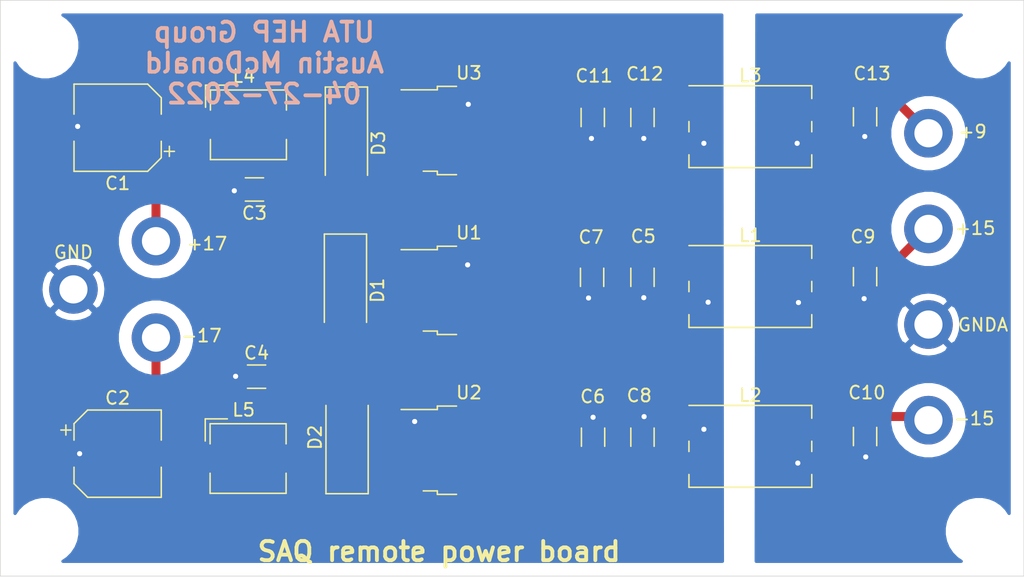
<source format=kicad_pcb>
(kicad_pcb (version 20171130) (host pcbnew "(5.1.8-0-10_14)")

  (general
    (thickness 1.6)
    (drawings 6)
    (tracks 92)
    (zones 0)
    (modules 35)
    (nets 13)
  )

  (page A4)
  (layers
    (0 F.Cu signal)
    (31 B.Cu signal)
    (32 B.Adhes user)
    (33 F.Adhes user)
    (34 B.Paste user)
    (35 F.Paste user)
    (36 B.SilkS user)
    (37 F.SilkS user)
    (38 B.Mask user)
    (39 F.Mask user)
    (40 Dwgs.User user)
    (41 Cmts.User user)
    (42 Eco1.User user)
    (43 Eco2.User user)
    (44 Edge.Cuts user)
    (45 Margin user)
    (46 B.CrtYd user hide)
    (47 F.CrtYd user hide)
    (48 B.Fab user hide)
    (49 F.Fab user hide)
  )

  (setup
    (last_trace_width 0.25)
    (trace_clearance 0.2)
    (zone_clearance 1)
    (zone_45_only no)
    (trace_min 0.2)
    (via_size 0.8)
    (via_drill 0.4)
    (via_min_size 0.4)
    (via_min_drill 0.3)
    (uvia_size 0.3)
    (uvia_drill 0.1)
    (uvias_allowed no)
    (uvia_min_size 0.2)
    (uvia_min_drill 0.1)
    (edge_width 0.05)
    (segment_width 0.2)
    (pcb_text_width 0.3)
    (pcb_text_size 1.5 1.5)
    (mod_edge_width 0.12)
    (mod_text_size 1 1)
    (mod_text_width 0.15)
    (pad_size 1.524 1.524)
    (pad_drill 0.762)
    (pad_to_mask_clearance 0)
    (aux_axis_origin 0 0)
    (visible_elements FFFFFF7F)
    (pcbplotparams
      (layerselection 0x010fc_ffffffff)
      (usegerberextensions false)
      (usegerberattributes true)
      (usegerberadvancedattributes true)
      (creategerberjobfile true)
      (excludeedgelayer true)
      (linewidth 0.100000)
      (plotframeref false)
      (viasonmask false)
      (mode 1)
      (useauxorigin false)
      (hpglpennumber 1)
      (hpglpenspeed 20)
      (hpglpendiameter 15.000000)
      (psnegative false)
      (psa4output false)
      (plotreference true)
      (plotvalue true)
      (plotinvisibletext false)
      (padsonsilk false)
      (subtractmaskfromsilk false)
      (outputformat 1)
      (mirror false)
      (drillshape 0)
      (scaleselection 1)
      (outputdirectory "plot/"))
  )

  (net 0 "")
  (net 1 GND)
  (net 2 "Net-(C5-Pad1)")
  (net 3 "Net-(C6-Pad2)")
  (net 4 GNDA)
  (net 5 +15V)
  (net 6 -15V)
  (net 7 "Net-(C11-Pad1)")
  (net 8 +9V)
  (net 9 "Net-(C3-Pad1)")
  (net 10 "Net-(C4-Pad2)")
  (net 11 "Net-(+17-Pad1)")
  (net 12 "Net-(-17-Pad1)")

  (net_class Default "This is the default net class."
    (clearance 0.2)
    (trace_width 0.25)
    (via_dia 0.8)
    (via_drill 0.4)
    (uvia_dia 0.3)
    (uvia_drill 0.1)
    (add_net +15V)
    (add_net +9V)
    (add_net -15V)
    (add_net GND)
    (add_net GNDA)
    (add_net "Net-(+17-Pad1)")
    (add_net "Net-(-17-Pad1)")
    (add_net "Net-(C11-Pad1)")
    (add_net "Net-(C3-Pad1)")
    (add_net "Net-(C4-Pad2)")
    (add_net "Net-(C5-Pad1)")
    (add_net "Net-(C6-Pad2)")
  )

  (module MountingHole:MountingHole_2.2mm_M2_DIN965_Pad (layer F.Cu) (tedit 56D1B4CB) (tstamp 626A8CC8)
    (at 116.4082 71.992066)
    (descr "Mounting Hole 2.2mm, M2, DIN965")
    (tags "mounting hole 2.2mm m2 din965")
    (path /628315A6)
    (attr virtual)
    (fp_text reference +15 (at 3.6576 -0.0508) (layer F.SilkS)
      (effects (font (size 1 1) (thickness 0.15)))
    )
    (fp_text value MountingHole_Pad (at 0 2.9) (layer F.Fab)
      (effects (font (size 1 1) (thickness 0.15)))
    )
    (fp_text user %R (at 0.3 0) (layer F.Fab)
      (effects (font (size 1 1) (thickness 0.15)))
    )
    (fp_circle (center 0 0) (end 1.9 0) (layer Cmts.User) (width 0.15))
    (fp_circle (center 0 0) (end 2.15 0) (layer F.CrtYd) (width 0.05))
    (pad 1 thru_hole circle (at 0 0) (size 3.8 3.8) (drill 2.2) (layers *.Cu *.Mask)
      (net 5 +15V))
  )

  (module MountingHole:MountingHole_3.2mm_M3 (layer F.Cu) (tedit 56D1B4CB) (tstamp 626A9F06)
    (at 47.3658 95.6274)
    (descr "Mounting Hole 3.2mm, no annular, M3")
    (tags "mounting hole 3.2mm no annular m3")
    (path /628756C4)
    (attr virtual)
    (fp_text reference H4 (at 0 -4.2) (layer F.SilkS) hide
      (effects (font (size 1 1) (thickness 0.15)))
    )
    (fp_text value MountingHole (at 0 4.2) (layer F.Fab) hide
      (effects (font (size 1 1) (thickness 0.15)))
    )
    (fp_text user %R (at 0.3 0) (layer F.Fab) hide
      (effects (font (size 1 1) (thickness 0.15)))
    )
    (fp_circle (center 0 0) (end 3.2 0) (layer Cmts.User) (width 0.15))
    (fp_circle (center 0 0) (end 3.45 0) (layer F.CrtYd) (width 0.05))
    (pad 1 np_thru_hole circle (at 0 0) (size 3.2 3.2) (drill 3.2) (layers *.Cu *.Mask))
  )

  (module MountingHole:MountingHole_3.2mm_M3 (layer F.Cu) (tedit 56D1B4CB) (tstamp 626A9F1B)
    (at 120.3658 57.6274)
    (descr "Mounting Hole 3.2mm, no annular, M3")
    (tags "mounting hole 3.2mm no annular m3")
    (path /628732DB)
    (attr virtual)
    (fp_text reference H3 (at 0 -4.2) (layer F.SilkS) hide
      (effects (font (size 1 1) (thickness 0.15)))
    )
    (fp_text value MountingHole (at 0 4.2) (layer F.Fab) hide
      (effects (font (size 1 1) (thickness 0.15)))
    )
    (fp_text user %R (at 0.3 0) (layer F.Fab) hide
      (effects (font (size 1 1) (thickness 0.15)))
    )
    (fp_circle (center 0 0) (end 3.2 0) (layer Cmts.User) (width 0.15))
    (fp_circle (center 0 0) (end 3.45 0) (layer F.CrtYd) (width 0.05))
    (pad 1 np_thru_hole circle (at 0 0) (size 3.2 3.2) (drill 3.2) (layers *.Cu *.Mask))
  )

  (module MountingHole:MountingHole_3.2mm_M3 (layer F.Cu) (tedit 56D1B4CB) (tstamp 626A9F30)
    (at 120.3658 95.6274)
    (descr "Mounting Hole 3.2mm, no annular, M3")
    (tags "mounting hole 3.2mm no annular m3")
    (path /6286D634)
    (attr virtual)
    (fp_text reference H2 (at 0 -4.2) (layer F.SilkS) hide
      (effects (font (size 1 1) (thickness 0.15)))
    )
    (fp_text value MountingHole (at 0 4.2) (layer F.Fab) hide
      (effects (font (size 1 1) (thickness 0.15)))
    )
    (fp_text user %R (at 0.3 0) (layer F.Fab) hide
      (effects (font (size 1 1) (thickness 0.15)))
    )
    (fp_circle (center 0 0) (end 3.2 0) (layer Cmts.User) (width 0.15))
    (fp_circle (center 0 0) (end 3.45 0) (layer F.CrtYd) (width 0.05))
    (pad 1 np_thru_hole circle (at 0 0) (size 3.2 3.2) (drill 3.2) (layers *.Cu *.Mask))
  )

  (module MountingHole:MountingHole_3.2mm_M3 (layer F.Cu) (tedit 56D1B4CB) (tstamp 626A9F45)
    (at 47.3658 57.6274)
    (descr "Mounting Hole 3.2mm, no annular, M3")
    (tags "mounting hole 3.2mm no annular m3")
    (path /6286E758)
    (attr virtual)
    (fp_text reference H1 (at 0 -4.2) (layer F.SilkS) hide
      (effects (font (size 1 1) (thickness 0.15)))
    )
    (fp_text value MountingHole (at 0 4.2) (layer F.Fab) hide
      (effects (font (size 1 1) (thickness 0.15)))
    )
    (fp_text user %R (at 0.3 0) (layer F.Fab) hide
      (effects (font (size 1 1) (thickness 0.15)))
    )
    (fp_circle (center 0 0) (end 3.2 0) (layer Cmts.User) (width 0.15))
    (fp_circle (center 0 0) (end 3.45 0) (layer F.CrtYd) (width 0.05))
    (pad 1 np_thru_hole circle (at 0 0) (size 3.2 3.2) (drill 3.2) (layers *.Cu *.Mask))
  )

  (module MountingHole:MountingHole_2.2mm_M2_DIN965_Pad (layer F.Cu) (tedit 56D1B4CB) (tstamp 626A8F76)
    (at 116.4082 79.468132)
    (descr "Mounting Hole 2.2mm, M2, DIN965")
    (tags "mounting hole 2.2mm m2 din965")
    (path /628315B2)
    (attr virtual)
    (fp_text reference GNDA (at 4.2672 0.0254) (layer F.SilkS)
      (effects (font (size 1 1) (thickness 0.15)))
    )
    (fp_text value MountingHole_Pad (at 0 2.9) (layer F.Fab)
      (effects (font (size 1 1) (thickness 0.15)))
    )
    (fp_text user %R (at 0.3 0) (layer F.Fab)
      (effects (font (size 1 1) (thickness 0.15)))
    )
    (fp_circle (center 0 0) (end 1.9 0) (layer Cmts.User) (width 0.15))
    (fp_circle (center 0 0) (end 2.15 0) (layer F.CrtYd) (width 0.05))
    (pad 1 thru_hole circle (at 0 0) (size 3.8 3.8) (drill 2.2) (layers *.Cu *.Mask)
      (net 4 GNDA))
  )

  (module MountingHole:MountingHole_2.2mm_M2_DIN965_Pad (layer F.Cu) (tedit 56D1B4CB) (tstamp 626A8F6E)
    (at 49.5808 76.7207)
    (descr "Mounting Hole 2.2mm, M2, DIN965")
    (tags "mounting hole 2.2mm m2 din965")
    (path /62812555)
    (attr virtual)
    (fp_text reference GND (at 0 -2.9) (layer F.SilkS)
      (effects (font (size 1 1) (thickness 0.15)))
    )
    (fp_text value MountingHole_Pad (at 0 2.9) (layer F.Fab)
      (effects (font (size 1 1) (thickness 0.15)))
    )
    (fp_text user %R (at 0.3 0) (layer F.Fab)
      (effects (font (size 1 1) (thickness 0.15)))
    )
    (fp_circle (center 0 0) (end 1.9 0) (layer Cmts.User) (width 0.15))
    (fp_circle (center 0 0) (end 2.15 0) (layer F.CrtYd) (width 0.05))
    (pad 1 thru_hole circle (at 0 0) (size 3.8 3.8) (drill 2.2) (layers *.Cu *.Mask)
      (net 1 GND))
  )

  (module MountingHole:MountingHole_2.2mm_M2_DIN965_Pad (layer F.Cu) (tedit 56D1B4CB) (tstamp 626A8CE0)
    (at 56.0324 80.4926)
    (descr "Mounting Hole 2.2mm, M2, DIN965")
    (tags "mounting hole 2.2mm m2 din965")
    (path /6280FD62)
    (attr virtual)
    (fp_text reference -17 (at 3.556 -0.1524) (layer F.SilkS)
      (effects (font (size 1 1) (thickness 0.15)))
    )
    (fp_text value MountingHole_Pad (at 0 2.9) (layer F.Fab)
      (effects (font (size 1 1) (thickness 0.15)))
    )
    (fp_text user %R (at 0.3 0) (layer F.Fab)
      (effects (font (size 1 1) (thickness 0.15)))
    )
    (fp_circle (center 0 0) (end 1.9 0) (layer Cmts.User) (width 0.15))
    (fp_circle (center 0 0) (end 2.15 0) (layer F.CrtYd) (width 0.05))
    (pad 1 thru_hole circle (at 0 0) (size 3.8 3.8) (drill 2.2) (layers *.Cu *.Mask)
      (net 12 "Net-(-17-Pad1)"))
  )

  (module MountingHole:MountingHole_2.2mm_M2_DIN965_Pad (layer F.Cu) (tedit 56D1B4CB) (tstamp 626A8CD8)
    (at 116.4082 86.9442)
    (descr "Mounting Hole 2.2mm, M2, DIN965")
    (tags "mounting hole 2.2mm m2 din965")
    (path /628315AC)
    (attr virtual)
    (fp_text reference -15 (at 3.5814 -0.127) (layer F.SilkS)
      (effects (font (size 1 1) (thickness 0.15)))
    )
    (fp_text value MountingHole_Pad (at 0 2.9) (layer F.Fab)
      (effects (font (size 1 1) (thickness 0.15)))
    )
    (fp_text user %R (at 0.3 0) (layer F.Fab)
      (effects (font (size 1 1) (thickness 0.15)))
    )
    (fp_circle (center 0 0) (end 1.9 0) (layer Cmts.User) (width 0.15))
    (fp_circle (center 0 0) (end 2.15 0) (layer F.CrtYd) (width 0.05))
    (pad 1 thru_hole circle (at 0 0) (size 3.8 3.8) (drill 2.2) (layers *.Cu *.Mask)
      (net 6 -15V))
  )

  (module MountingHole:MountingHole_2.2mm_M2_DIN965_Pad (layer F.Cu) (tedit 56D1B4CB) (tstamp 626A8CD0)
    (at 56.0324 72.9488)
    (descr "Mounting Hole 2.2mm, M2, DIN965")
    (tags "mounting hole 2.2mm m2 din965")
    (path /62809CEB)
    (attr virtual)
    (fp_text reference +17 (at 3.9878 0.2032) (layer F.SilkS)
      (effects (font (size 1 1) (thickness 0.15)))
    )
    (fp_text value MountingHole_Pad (at 0 2.9) (layer F.Fab)
      (effects (font (size 1 1) (thickness 0.15)))
    )
    (fp_text user %R (at 0.3 0) (layer F.Fab)
      (effects (font (size 1 1) (thickness 0.15)))
    )
    (fp_circle (center 0 0) (end 1.9 0) (layer Cmts.User) (width 0.15))
    (fp_circle (center 0 0) (end 2.15 0) (layer F.CrtYd) (width 0.05))
    (pad 1 thru_hole circle (at 0 0) (size 3.8 3.8) (drill 2.2) (layers *.Cu *.Mask)
      (net 11 "Net-(+17-Pad1)"))
  )

  (module MountingHole:MountingHole_2.2mm_M2_DIN965_Pad (layer F.Cu) (tedit 56D1B4CB) (tstamp 626A8CC0)
    (at 116.4082 64.516)
    (descr "Mounting Hole 2.2mm, M2, DIN965")
    (tags "mounting hole 2.2mm m2 din965")
    (path /62833FA8)
    (attr virtual)
    (fp_text reference +9 (at 3.4544 -0.127) (layer F.SilkS)
      (effects (font (size 1 1) (thickness 0.15)))
    )
    (fp_text value MountingHole_Pad (at 0 2.9) (layer F.Fab)
      (effects (font (size 1 1) (thickness 0.15)))
    )
    (fp_text user %R (at 0.3 0) (layer F.Fab)
      (effects (font (size 1 1) (thickness 0.15)))
    )
    (fp_circle (center 0 0) (end 1.9 0) (layer Cmts.User) (width 0.15))
    (fp_circle (center 0 0) (end 2.15 0) (layer F.CrtYd) (width 0.05))
    (pad 1 thru_hole circle (at 0 0) (size 3.8 3.8) (drill 2.2) (layers *.Cu *.Mask)
      (net 8 +9V))
  )

  (module Inductor_SMD:L_Bourns_SRP5030T (layer F.Cu) (tedit 5E6F3F9B) (tstamp 626A6026)
    (at 63.2312 89.9414)
    (descr "Inductor, Bourns, SRP5030T, 5.7mmx5.2mm (Script generated with StandardBox.py) (https://www.bourns.com/data/global/pdfs/SRP5030T.pdf)")
    (tags "Inductor Bourns_SRP5030T")
    (path /627A65D1)
    (attr smd)
    (fp_text reference L5 (at -0.35 -3.8) (layer F.SilkS)
      (effects (font (size 1 1) (thickness 0.15)))
    )
    (fp_text value L_Core_Iron_Small (at 0 3.6) (layer F.Fab)
      (effects (font (size 1 1) (thickness 0.15)))
    )
    (fp_text user %R (at 0 0) (layer F.Fab)
      (effects (font (size 1 1) (thickness 0.15)))
    )
    (fp_line (start -1.85 -2.6) (end 2.85 -2.6) (layer F.Fab) (width 0.1))
    (fp_line (start 2.85 -2.6) (end 2.85 2.6) (layer F.Fab) (width 0.1))
    (fp_line (start 2.85 2.6) (end -2.85 2.6) (layer F.Fab) (width 0.1))
    (fp_line (start -2.85 2.6) (end -2.85 -1.6) (layer F.Fab) (width 0.1))
    (fp_line (start -2.85 -1.6) (end -1.85 -2.6) (layer F.Fab) (width 0.1))
    (fp_line (start -3.35 -1.37) (end -3.35 -3.1) (layer F.SilkS) (width 0.12))
    (fp_line (start -3.35 -3.1) (end -1.62 -3.1) (layer F.SilkS) (width 0.12))
    (fp_line (start -2.97 -2.72) (end 2.97 -2.72) (layer F.SilkS) (width 0.12))
    (fp_line (start 2.97 -2.72) (end 2.97 -1.15) (layer F.SilkS) (width 0.12))
    (fp_line (start 2.97 1.15) (end 2.97 2.72) (layer F.SilkS) (width 0.12))
    (fp_line (start -2.97 2.72) (end 2.97 2.72) (layer F.SilkS) (width 0.12))
    (fp_line (start -2.97 -2.72) (end -2.97 -1.15) (layer F.SilkS) (width 0.12))
    (fp_line (start -2.97 1.15) (end -2.97 2.72) (layer F.SilkS) (width 0.12))
    (fp_line (start -3.1 -2.85) (end 3.1 -2.85) (layer F.CrtYd) (width 0.05))
    (fp_line (start 3.1 -2.85) (end 3.1 -1.16) (layer F.CrtYd) (width 0.05))
    (fp_line (start 3.1 -1.16) (end 3.51 -1.16) (layer F.CrtYd) (width 0.05))
    (fp_line (start 3.51 -1.16) (end 3.51 1.16) (layer F.CrtYd) (width 0.05))
    (fp_line (start 3.51 1.16) (end 3.1 1.16) (layer F.CrtYd) (width 0.05))
    (fp_line (start 3.1 1.16) (end 3.1 2.85) (layer F.CrtYd) (width 0.05))
    (fp_line (start -3.1 2.85) (end 3.1 2.85) (layer F.CrtYd) (width 0.05))
    (fp_line (start -3.1 -2.85) (end -3.1 -1.16) (layer F.CrtYd) (width 0.05))
    (fp_line (start -3.1 -1.16) (end -3.51 -1.16) (layer F.CrtYd) (width 0.05))
    (fp_line (start -3.51 -1.16) (end -3.51 1.16) (layer F.CrtYd) (width 0.05))
    (fp_line (start -3.51 1.16) (end -3.1 1.16) (layer F.CrtYd) (width 0.05))
    (fp_line (start -3.1 1.16) (end -3.1 2.85) (layer F.CrtYd) (width 0.05))
    (pad 2 smd roundrect (at 2.25 0) (size 2 1.8) (layers F.Cu F.Paste F.Mask) (roundrect_rratio 0.25)
      (net 10 "Net-(C4-Pad2)"))
    (pad 1 smd roundrect (at -2.25 0) (size 2 1.8) (layers F.Cu F.Paste F.Mask) (roundrect_rratio 0.25)
      (net 12 "Net-(-17-Pad1)"))
    (model ${KISYS3DMOD}/Inductor_SMD.3dshapes/L_Bourns_SRP5030T.wrl
      (at (xyz 0 0 0))
      (scale (xyz 1 1 1))
      (rotate (xyz 0 0 0))
    )
  )

  (module Inductor_SMD:L_Bourns_SRP5030T (layer F.Cu) (tedit 5E6F3F9B) (tstamp 626A6006)
    (at 63.2566 63.8556)
    (descr "Inductor, Bourns, SRP5030T, 5.7mmx5.2mm (Script generated with StandardBox.py) (https://www.bourns.com/data/global/pdfs/SRP5030T.pdf)")
    (tags "Inductor Bourns_SRP5030T")
    (path /627971D8)
    (attr smd)
    (fp_text reference L4 (at -0.35 -3.8) (layer F.SilkS)
      (effects (font (size 1 1) (thickness 0.15)))
    )
    (fp_text value L_Core_Iron_Small (at 0 3.6) (layer F.Fab)
      (effects (font (size 1 1) (thickness 0.15)))
    )
    (fp_text user %R (at 0 0) (layer F.Fab)
      (effects (font (size 1 1) (thickness 0.15)))
    )
    (fp_line (start -1.85 -2.6) (end 2.85 -2.6) (layer F.Fab) (width 0.1))
    (fp_line (start 2.85 -2.6) (end 2.85 2.6) (layer F.Fab) (width 0.1))
    (fp_line (start 2.85 2.6) (end -2.85 2.6) (layer F.Fab) (width 0.1))
    (fp_line (start -2.85 2.6) (end -2.85 -1.6) (layer F.Fab) (width 0.1))
    (fp_line (start -2.85 -1.6) (end -1.85 -2.6) (layer F.Fab) (width 0.1))
    (fp_line (start -3.35 -1.37) (end -3.35 -3.1) (layer F.SilkS) (width 0.12))
    (fp_line (start -3.35 -3.1) (end -1.62 -3.1) (layer F.SilkS) (width 0.12))
    (fp_line (start -2.97 -2.72) (end 2.97 -2.72) (layer F.SilkS) (width 0.12))
    (fp_line (start 2.97 -2.72) (end 2.97 -1.15) (layer F.SilkS) (width 0.12))
    (fp_line (start 2.97 1.15) (end 2.97 2.72) (layer F.SilkS) (width 0.12))
    (fp_line (start -2.97 2.72) (end 2.97 2.72) (layer F.SilkS) (width 0.12))
    (fp_line (start -2.97 -2.72) (end -2.97 -1.15) (layer F.SilkS) (width 0.12))
    (fp_line (start -2.97 1.15) (end -2.97 2.72) (layer F.SilkS) (width 0.12))
    (fp_line (start -3.1 -2.85) (end 3.1 -2.85) (layer F.CrtYd) (width 0.05))
    (fp_line (start 3.1 -2.85) (end 3.1 -1.16) (layer F.CrtYd) (width 0.05))
    (fp_line (start 3.1 -1.16) (end 3.51 -1.16) (layer F.CrtYd) (width 0.05))
    (fp_line (start 3.51 -1.16) (end 3.51 1.16) (layer F.CrtYd) (width 0.05))
    (fp_line (start 3.51 1.16) (end 3.1 1.16) (layer F.CrtYd) (width 0.05))
    (fp_line (start 3.1 1.16) (end 3.1 2.85) (layer F.CrtYd) (width 0.05))
    (fp_line (start -3.1 2.85) (end 3.1 2.85) (layer F.CrtYd) (width 0.05))
    (fp_line (start -3.1 -2.85) (end -3.1 -1.16) (layer F.CrtYd) (width 0.05))
    (fp_line (start -3.1 -1.16) (end -3.51 -1.16) (layer F.CrtYd) (width 0.05))
    (fp_line (start -3.51 -1.16) (end -3.51 1.16) (layer F.CrtYd) (width 0.05))
    (fp_line (start -3.51 1.16) (end -3.1 1.16) (layer F.CrtYd) (width 0.05))
    (fp_line (start -3.1 1.16) (end -3.1 2.85) (layer F.CrtYd) (width 0.05))
    (pad 2 smd roundrect (at 2.25 0) (size 2 1.8) (layers F.Cu F.Paste F.Mask) (roundrect_rratio 0.25)
      (net 9 "Net-(C3-Pad1)"))
    (pad 1 smd roundrect (at -2.25 0) (size 2 1.8) (layers F.Cu F.Paste F.Mask) (roundrect_rratio 0.25)
      (net 11 "Net-(+17-Pad1)"))
    (model ${KISYS3DMOD}/Inductor_SMD.3dshapes/L_Bourns_SRP5030T.wrl
      (at (xyz 0 0 0))
      (scale (xyz 1 1 1))
      (rotate (xyz 0 0 0))
    )
  )

  (module Package_TO_SOT_SMD:TO-252-2 (layer F.Cu) (tedit 5A70A390) (tstamp 626A46EC)
    (at 80.4926 64.3034)
    (descr "TO-252 / DPAK SMD package, http://www.infineon.com/cms/en/product/packages/PG-TO252/PG-TO252-3-1/")
    (tags "DPAK TO-252 DPAK-3 TO-252-3 SOT-428")
    (path /626C393B)
    (attr smd)
    (fp_text reference U3 (at 0 -4.5) (layer F.SilkS)
      (effects (font (size 1 1) (thickness 0.15)))
    )
    (fp_text value L7809 (at 0 4.5) (layer F.Fab)
      (effects (font (size 1 1) (thickness 0.15)))
    )
    (fp_text user %R (at 0 0) (layer F.Fab)
      (effects (font (size 1 1) (thickness 0.15)))
    )
    (fp_line (start 3.95 -2.7) (end 4.95 -2.7) (layer F.Fab) (width 0.1))
    (fp_line (start 4.95 -2.7) (end 4.95 2.7) (layer F.Fab) (width 0.1))
    (fp_line (start 4.95 2.7) (end 3.95 2.7) (layer F.Fab) (width 0.1))
    (fp_line (start 3.95 -3.25) (end 3.95 3.25) (layer F.Fab) (width 0.1))
    (fp_line (start 3.95 3.25) (end -2.27 3.25) (layer F.Fab) (width 0.1))
    (fp_line (start -2.27 3.25) (end -2.27 -2.25) (layer F.Fab) (width 0.1))
    (fp_line (start -2.27 -2.25) (end -1.27 -3.25) (layer F.Fab) (width 0.1))
    (fp_line (start -1.27 -3.25) (end 3.95 -3.25) (layer F.Fab) (width 0.1))
    (fp_line (start -1.865 -2.655) (end -4.97 -2.655) (layer F.Fab) (width 0.1))
    (fp_line (start -4.97 -2.655) (end -4.97 -1.905) (layer F.Fab) (width 0.1))
    (fp_line (start -4.97 -1.905) (end -2.27 -1.905) (layer F.Fab) (width 0.1))
    (fp_line (start -2.27 1.905) (end -4.97 1.905) (layer F.Fab) (width 0.1))
    (fp_line (start -4.97 1.905) (end -4.97 2.655) (layer F.Fab) (width 0.1))
    (fp_line (start -4.97 2.655) (end -2.27 2.655) (layer F.Fab) (width 0.1))
    (fp_line (start -0.97 -3.45) (end -2.47 -3.45) (layer F.SilkS) (width 0.12))
    (fp_line (start -2.47 -3.45) (end -2.47 -3.18) (layer F.SilkS) (width 0.12))
    (fp_line (start -2.47 -3.18) (end -5.3 -3.18) (layer F.SilkS) (width 0.12))
    (fp_line (start -0.97 3.45) (end -2.47 3.45) (layer F.SilkS) (width 0.12))
    (fp_line (start -2.47 3.45) (end -2.47 3.18) (layer F.SilkS) (width 0.12))
    (fp_line (start -2.47 3.18) (end -3.57 3.18) (layer F.SilkS) (width 0.12))
    (fp_line (start -5.55 -3.5) (end -5.55 3.5) (layer F.CrtYd) (width 0.05))
    (fp_line (start -5.55 3.5) (end 5.55 3.5) (layer F.CrtYd) (width 0.05))
    (fp_line (start 5.55 3.5) (end 5.55 -3.5) (layer F.CrtYd) (width 0.05))
    (fp_line (start 5.55 -3.5) (end -5.55 -3.5) (layer F.CrtYd) (width 0.05))
    (pad "" smd rect (at 0.425 1.525) (size 3.05 2.75) (layers F.Paste))
    (pad "" smd rect (at 3.775 -1.525) (size 3.05 2.75) (layers F.Paste))
    (pad "" smd rect (at 0.425 -1.525) (size 3.05 2.75) (layers F.Paste))
    (pad "" smd rect (at 3.775 1.525) (size 3.05 2.75) (layers F.Paste))
    (pad 2 smd rect (at 2.1 0) (size 6.4 5.8) (layers F.Cu F.Mask)
      (net 1 GND))
    (pad 3 smd rect (at -4.2 2.28) (size 2.2 1.2) (layers F.Cu F.Paste F.Mask)
      (net 7 "Net-(C11-Pad1)"))
    (pad 1 smd rect (at -4.2 -2.28) (size 2.2 1.2) (layers F.Cu F.Paste F.Mask)
      (net 9 "Net-(C3-Pad1)"))
    (model ${KISYS3DMOD}/Package_TO_SOT_SMD.3dshapes/TO-252-2.wrl
      (at (xyz 0 0 0))
      (scale (xyz 1 1 1))
      (rotate (xyz 0 0 0))
    )
  )

  (module Package_TO_SOT_SMD:TO-252-2 (layer F.Cu) (tedit 5A70A390) (tstamp 626A46C8)
    (at 80.4926 89.2904)
    (descr "TO-252 / DPAK SMD package, http://www.infineon.com/cms/en/product/packages/PG-TO252/PG-TO252-3-1/")
    (tags "DPAK TO-252 DPAK-3 TO-252-3 SOT-428")
    (path /626C2648)
    (attr smd)
    (fp_text reference U2 (at 0 -4.5) (layer F.SilkS)
      (effects (font (size 1 1) (thickness 0.15)))
    )
    (fp_text value L7915 (at 0 4.5) (layer F.Fab)
      (effects (font (size 1 1) (thickness 0.15)))
    )
    (fp_text user %R (at 0 0) (layer F.Fab)
      (effects (font (size 1 1) (thickness 0.15)))
    )
    (fp_line (start 3.95 -2.7) (end 4.95 -2.7) (layer F.Fab) (width 0.1))
    (fp_line (start 4.95 -2.7) (end 4.95 2.7) (layer F.Fab) (width 0.1))
    (fp_line (start 4.95 2.7) (end 3.95 2.7) (layer F.Fab) (width 0.1))
    (fp_line (start 3.95 -3.25) (end 3.95 3.25) (layer F.Fab) (width 0.1))
    (fp_line (start 3.95 3.25) (end -2.27 3.25) (layer F.Fab) (width 0.1))
    (fp_line (start -2.27 3.25) (end -2.27 -2.25) (layer F.Fab) (width 0.1))
    (fp_line (start -2.27 -2.25) (end -1.27 -3.25) (layer F.Fab) (width 0.1))
    (fp_line (start -1.27 -3.25) (end 3.95 -3.25) (layer F.Fab) (width 0.1))
    (fp_line (start -1.865 -2.655) (end -4.97 -2.655) (layer F.Fab) (width 0.1))
    (fp_line (start -4.97 -2.655) (end -4.97 -1.905) (layer F.Fab) (width 0.1))
    (fp_line (start -4.97 -1.905) (end -2.27 -1.905) (layer F.Fab) (width 0.1))
    (fp_line (start -2.27 1.905) (end -4.97 1.905) (layer F.Fab) (width 0.1))
    (fp_line (start -4.97 1.905) (end -4.97 2.655) (layer F.Fab) (width 0.1))
    (fp_line (start -4.97 2.655) (end -2.27 2.655) (layer F.Fab) (width 0.1))
    (fp_line (start -0.97 -3.45) (end -2.47 -3.45) (layer F.SilkS) (width 0.12))
    (fp_line (start -2.47 -3.45) (end -2.47 -3.18) (layer F.SilkS) (width 0.12))
    (fp_line (start -2.47 -3.18) (end -5.3 -3.18) (layer F.SilkS) (width 0.12))
    (fp_line (start -0.97 3.45) (end -2.47 3.45) (layer F.SilkS) (width 0.12))
    (fp_line (start -2.47 3.45) (end -2.47 3.18) (layer F.SilkS) (width 0.12))
    (fp_line (start -2.47 3.18) (end -3.57 3.18) (layer F.SilkS) (width 0.12))
    (fp_line (start -5.55 -3.5) (end -5.55 3.5) (layer F.CrtYd) (width 0.05))
    (fp_line (start -5.55 3.5) (end 5.55 3.5) (layer F.CrtYd) (width 0.05))
    (fp_line (start 5.55 3.5) (end 5.55 -3.5) (layer F.CrtYd) (width 0.05))
    (fp_line (start 5.55 -3.5) (end -5.55 -3.5) (layer F.CrtYd) (width 0.05))
    (pad "" smd rect (at 0.425 1.525) (size 3.05 2.75) (layers F.Paste))
    (pad "" smd rect (at 3.775 -1.525) (size 3.05 2.75) (layers F.Paste))
    (pad "" smd rect (at 0.425 -1.525) (size 3.05 2.75) (layers F.Paste))
    (pad "" smd rect (at 3.775 1.525) (size 3.05 2.75) (layers F.Paste))
    (pad 2 smd rect (at 2.1 0) (size 6.4 5.8) (layers F.Cu F.Mask)
      (net 10 "Net-(C4-Pad2)"))
    (pad 3 smd rect (at -4.2 2.28) (size 2.2 1.2) (layers F.Cu F.Paste F.Mask)
      (net 3 "Net-(C6-Pad2)"))
    (pad 1 smd rect (at -4.2 -2.28) (size 2.2 1.2) (layers F.Cu F.Paste F.Mask)
      (net 1 GND))
    (model ${KISYS3DMOD}/Package_TO_SOT_SMD.3dshapes/TO-252-2.wrl
      (at (xyz 0 0 0))
      (scale (xyz 1 1 1))
      (rotate (xyz 0 0 0))
    )
  )

  (module Package_TO_SOT_SMD:TO-252-2 (layer F.Cu) (tedit 5A70A390) (tstamp 626A46A4)
    (at 80.4926 76.7969)
    (descr "TO-252 / DPAK SMD package, http://www.infineon.com/cms/en/product/packages/PG-TO252/PG-TO252-3-1/")
    (tags "DPAK TO-252 DPAK-3 TO-252-3 SOT-428")
    (path /626C1785)
    (attr smd)
    (fp_text reference U1 (at 0 -4.5) (layer F.SilkS)
      (effects (font (size 1 1) (thickness 0.15)))
    )
    (fp_text value L7815 (at 0 4.5) (layer F.Fab)
      (effects (font (size 1 1) (thickness 0.15)))
    )
    (fp_text user %R (at 0 0) (layer F.Fab)
      (effects (font (size 1 1) (thickness 0.15)))
    )
    (fp_line (start 3.95 -2.7) (end 4.95 -2.7) (layer F.Fab) (width 0.1))
    (fp_line (start 4.95 -2.7) (end 4.95 2.7) (layer F.Fab) (width 0.1))
    (fp_line (start 4.95 2.7) (end 3.95 2.7) (layer F.Fab) (width 0.1))
    (fp_line (start 3.95 -3.25) (end 3.95 3.25) (layer F.Fab) (width 0.1))
    (fp_line (start 3.95 3.25) (end -2.27 3.25) (layer F.Fab) (width 0.1))
    (fp_line (start -2.27 3.25) (end -2.27 -2.25) (layer F.Fab) (width 0.1))
    (fp_line (start -2.27 -2.25) (end -1.27 -3.25) (layer F.Fab) (width 0.1))
    (fp_line (start -1.27 -3.25) (end 3.95 -3.25) (layer F.Fab) (width 0.1))
    (fp_line (start -1.865 -2.655) (end -4.97 -2.655) (layer F.Fab) (width 0.1))
    (fp_line (start -4.97 -2.655) (end -4.97 -1.905) (layer F.Fab) (width 0.1))
    (fp_line (start -4.97 -1.905) (end -2.27 -1.905) (layer F.Fab) (width 0.1))
    (fp_line (start -2.27 1.905) (end -4.97 1.905) (layer F.Fab) (width 0.1))
    (fp_line (start -4.97 1.905) (end -4.97 2.655) (layer F.Fab) (width 0.1))
    (fp_line (start -4.97 2.655) (end -2.27 2.655) (layer F.Fab) (width 0.1))
    (fp_line (start -0.97 -3.45) (end -2.47 -3.45) (layer F.SilkS) (width 0.12))
    (fp_line (start -2.47 -3.45) (end -2.47 -3.18) (layer F.SilkS) (width 0.12))
    (fp_line (start -2.47 -3.18) (end -5.3 -3.18) (layer F.SilkS) (width 0.12))
    (fp_line (start -0.97 3.45) (end -2.47 3.45) (layer F.SilkS) (width 0.12))
    (fp_line (start -2.47 3.45) (end -2.47 3.18) (layer F.SilkS) (width 0.12))
    (fp_line (start -2.47 3.18) (end -3.57 3.18) (layer F.SilkS) (width 0.12))
    (fp_line (start -5.55 -3.5) (end -5.55 3.5) (layer F.CrtYd) (width 0.05))
    (fp_line (start -5.55 3.5) (end 5.55 3.5) (layer F.CrtYd) (width 0.05))
    (fp_line (start 5.55 3.5) (end 5.55 -3.5) (layer F.CrtYd) (width 0.05))
    (fp_line (start 5.55 -3.5) (end -5.55 -3.5) (layer F.CrtYd) (width 0.05))
    (pad "" smd rect (at 0.425 1.525) (size 3.05 2.75) (layers F.Paste))
    (pad "" smd rect (at 3.775 -1.525) (size 3.05 2.75) (layers F.Paste))
    (pad "" smd rect (at 0.425 -1.525) (size 3.05 2.75) (layers F.Paste))
    (pad "" smd rect (at 3.775 1.525) (size 3.05 2.75) (layers F.Paste))
    (pad 2 smd rect (at 2.1 0) (size 6.4 5.8) (layers F.Cu F.Mask)
      (net 1 GND))
    (pad 3 smd rect (at -4.2 2.28) (size 2.2 1.2) (layers F.Cu F.Paste F.Mask)
      (net 2 "Net-(C5-Pad1)"))
    (pad 1 smd rect (at -4.2 -2.28) (size 2.2 1.2) (layers F.Cu F.Paste F.Mask)
      (net 9 "Net-(C3-Pad1)"))
    (model ${KISYS3DMOD}/Package_TO_SOT_SMD.3dshapes/TO-252-2.wrl
      (at (xyz 0 0 0))
      (scale (xyz 1 1 1))
      (rotate (xyz 0 0 0))
    )
  )

  (module Filter:Filter_Bourns_SRF0905_6.0x9.2mm (layer F.Cu) (tedit 5C2507DD) (tstamp 626A4680)
    (at 102.489 64.0026)
    (descr https://www.bourns.com/docs/Product-Datasheets/SRF0905.pdf)
    (tags "Line Filter")
    (path /62729A06)
    (attr smd)
    (fp_text reference L3 (at 0 -4 180) (layer F.SilkS)
      (effects (font (size 1 1) (thickness 0.15)))
    )
    (fp_text value L_Core_Ferrite_Coupled_1423 (at 0.1016 3.6576 180) (layer F.Fab)
      (effects (font (size 1 1) (thickness 0.15)))
    )
    (fp_text user %R (at 0 0) (layer F.Fab)
      (effects (font (size 1 1) (thickness 0.15)))
    )
    (fp_line (start 4.8 -3.2) (end -4.8 -3.2) (layer F.SilkS) (width 0.12))
    (fp_line (start 4.8 -2.2) (end 4.8 -3.2) (layer F.SilkS) (width 0.12))
    (fp_line (start 4.8 3.2) (end 4.8 2.2) (layer F.SilkS) (width 0.12))
    (fp_line (start -4.8 3.2) (end 4.8 3.2) (layer F.SilkS) (width 0.12))
    (fp_line (start -4.8 2.2) (end -4.8 3.2) (layer F.SilkS) (width 0.12))
    (fp_line (start -3.6 -3) (end 4.6 -3) (layer F.Fab) (width 0.1))
    (fp_line (start 4.6 -3) (end 4.6 3) (layer F.Fab) (width 0.1))
    (fp_line (start 4.6 3) (end -4.6 3) (layer F.Fab) (width 0.1))
    (fp_line (start -4.6 3) (end -4.6 -2) (layer F.Fab) (width 0.1))
    (fp_line (start -4.8 -0.4) (end -4.8 0.4) (layer F.SilkS) (width 0.12))
    (fp_line (start 4.8 -0.4) (end 4.8 0.4) (layer F.SilkS) (width 0.12))
    (fp_line (start -4.6 -2) (end -3.6 -3) (layer F.Fab) (width 0.1))
    (fp_line (start -5 -3.25) (end 5 -3.25) (layer F.CrtYd) (width 0.05))
    (fp_line (start -5 -3.25) (end -5 3.25) (layer F.CrtYd) (width 0.05))
    (fp_line (start 5 3.25) (end 5 -3.25) (layer F.CrtYd) (width 0.05))
    (fp_line (start 5 3.25) (end -5 3.25) (layer F.CrtYd) (width 0.05))
    (pad 4 smd rect (at 3.75 -1.27) (size 2 1.2) (layers F.Cu F.Paste F.Mask)
      (net 8 +9V))
    (pad 3 smd rect (at 3.75 1.27) (size 2 1.2) (layers F.Cu F.Paste F.Mask)
      (net 4 GNDA))
    (pad 2 smd rect (at -3.75 1.27) (size 2 1.2) (layers F.Cu F.Paste F.Mask)
      (net 1 GND))
    (pad 1 smd rect (at -3.75 -1.27) (size 2 1.2) (layers F.Cu F.Paste F.Mask)
      (net 7 "Net-(C11-Pad1)"))
    (model ${KISYS3DMOD}/Filter.3dshapes/Filter_Bourns_SRF0905_6.0x9.2mm.wrl
      (at (xyz 0 0 0))
      (scale (xyz 1 1 1))
      (rotate (xyz 0 0 0))
    )
  )

  (module Filter:Filter_Bourns_SRF0905_6.0x9.2mm (layer F.Cu) (tedit 5C2507DD) (tstamp 626A4667)
    (at 102.489 88.9896)
    (descr https://www.bourns.com/docs/Product-Datasheets/SRF0905.pdf)
    (tags "Line Filter")
    (path /626FDA9E)
    (attr smd)
    (fp_text reference L2 (at 0 -4 180) (layer F.SilkS)
      (effects (font (size 1 1) (thickness 0.15)))
    )
    (fp_text value L_Core_Ferrite_Coupled_1423 (at 0 4 180) (layer F.Fab)
      (effects (font (size 1 1) (thickness 0.15)))
    )
    (fp_text user %R (at 0 0) (layer F.Fab)
      (effects (font (size 1 1) (thickness 0.15)))
    )
    (fp_line (start 4.8 -3.2) (end -4.8 -3.2) (layer F.SilkS) (width 0.12))
    (fp_line (start 4.8 -2.2) (end 4.8 -3.2) (layer F.SilkS) (width 0.12))
    (fp_line (start 4.8 3.2) (end 4.8 2.2) (layer F.SilkS) (width 0.12))
    (fp_line (start -4.8 3.2) (end 4.8 3.2) (layer F.SilkS) (width 0.12))
    (fp_line (start -4.8 2.2) (end -4.8 3.2) (layer F.SilkS) (width 0.12))
    (fp_line (start -3.6 -3) (end 4.6 -3) (layer F.Fab) (width 0.1))
    (fp_line (start 4.6 -3) (end 4.6 3) (layer F.Fab) (width 0.1))
    (fp_line (start 4.6 3) (end -4.6 3) (layer F.Fab) (width 0.1))
    (fp_line (start -4.6 3) (end -4.6 -2) (layer F.Fab) (width 0.1))
    (fp_line (start -4.8 -0.4) (end -4.8 0.4) (layer F.SilkS) (width 0.12))
    (fp_line (start 4.8 -0.4) (end 4.8 0.4) (layer F.SilkS) (width 0.12))
    (fp_line (start -4.6 -2) (end -3.6 -3) (layer F.Fab) (width 0.1))
    (fp_line (start -5 -3.25) (end 5 -3.25) (layer F.CrtYd) (width 0.05))
    (fp_line (start -5 -3.25) (end -5 3.25) (layer F.CrtYd) (width 0.05))
    (fp_line (start 5 3.25) (end 5 -3.25) (layer F.CrtYd) (width 0.05))
    (fp_line (start 5 3.25) (end -5 3.25) (layer F.CrtYd) (width 0.05))
    (pad 4 smd rect (at 3.75 -1.27) (size 2 1.2) (layers F.Cu F.Paste F.Mask)
      (net 6 -15V))
    (pad 3 smd rect (at 3.75 1.27) (size 2 1.2) (layers F.Cu F.Paste F.Mask)
      (net 4 GNDA))
    (pad 2 smd rect (at -3.75 1.27) (size 2 1.2) (layers F.Cu F.Paste F.Mask)
      (net 3 "Net-(C6-Pad2)"))
    (pad 1 smd rect (at -3.75 -1.27) (size 2 1.2) (layers F.Cu F.Paste F.Mask)
      (net 1 GND))
    (model ${KISYS3DMOD}/Filter.3dshapes/Filter_Bourns_SRF0905_6.0x9.2mm.wrl
      (at (xyz 0 0 0))
      (scale (xyz 1 1 1))
      (rotate (xyz 0 0 0))
    )
  )

  (module Filter:Filter_Bourns_SRF0905_6.0x9.2mm (layer F.Cu) (tedit 5C2507DD) (tstamp 626A464E)
    (at 102.489 76.4961)
    (descr https://www.bourns.com/docs/Product-Datasheets/SRF0905.pdf)
    (tags "Line Filter")
    (path /626D0F3F)
    (attr smd)
    (fp_text reference L1 (at 0 -4 180) (layer F.SilkS)
      (effects (font (size 1 1) (thickness 0.15)))
    )
    (fp_text value L_Core_Ferrite_Coupled_1423 (at 0 4 180) (layer F.Fab)
      (effects (font (size 1 1) (thickness 0.15)))
    )
    (fp_text user %R (at 0 0) (layer F.Fab)
      (effects (font (size 1 1) (thickness 0.15)))
    )
    (fp_line (start 4.8 -3.2) (end -4.8 -3.2) (layer F.SilkS) (width 0.12))
    (fp_line (start 4.8 -2.2) (end 4.8 -3.2) (layer F.SilkS) (width 0.12))
    (fp_line (start 4.8 3.2) (end 4.8 2.2) (layer F.SilkS) (width 0.12))
    (fp_line (start -4.8 3.2) (end 4.8 3.2) (layer F.SilkS) (width 0.12))
    (fp_line (start -4.8 2.2) (end -4.8 3.2) (layer F.SilkS) (width 0.12))
    (fp_line (start -3.6 -3) (end 4.6 -3) (layer F.Fab) (width 0.1))
    (fp_line (start 4.6 -3) (end 4.6 3) (layer F.Fab) (width 0.1))
    (fp_line (start 4.6 3) (end -4.6 3) (layer F.Fab) (width 0.1))
    (fp_line (start -4.6 3) (end -4.6 -2) (layer F.Fab) (width 0.1))
    (fp_line (start -4.8 -0.4) (end -4.8 0.4) (layer F.SilkS) (width 0.12))
    (fp_line (start 4.8 -0.4) (end 4.8 0.4) (layer F.SilkS) (width 0.12))
    (fp_line (start -4.6 -2) (end -3.6 -3) (layer F.Fab) (width 0.1))
    (fp_line (start -5 -3.25) (end 5 -3.25) (layer F.CrtYd) (width 0.05))
    (fp_line (start -5 -3.25) (end -5 3.25) (layer F.CrtYd) (width 0.05))
    (fp_line (start 5 3.25) (end 5 -3.25) (layer F.CrtYd) (width 0.05))
    (fp_line (start 5 3.25) (end -5 3.25) (layer F.CrtYd) (width 0.05))
    (pad 4 smd rect (at 3.75 -1.27) (size 2 1.2) (layers F.Cu F.Paste F.Mask)
      (net 5 +15V))
    (pad 3 smd rect (at 3.75 1.27) (size 2 1.2) (layers F.Cu F.Paste F.Mask)
      (net 4 GNDA))
    (pad 2 smd rect (at -3.75 1.27) (size 2 1.2) (layers F.Cu F.Paste F.Mask)
      (net 1 GND))
    (pad 1 smd rect (at -3.75 -1.27) (size 2 1.2) (layers F.Cu F.Paste F.Mask)
      (net 2 "Net-(C5-Pad1)"))
    (model ${KISYS3DMOD}/Filter.3dshapes/Filter_Bourns_SRF0905_6.0x9.2mm.wrl
      (at (xyz 0 0 0))
      (scale (xyz 1 1 1))
      (rotate (xyz 0 0 0))
    )
  )

  (module Diode_SMD:D_SMA_Handsoldering (layer F.Cu) (tedit 58643398) (tstamp 626A45E1)
    (at 70.9168 65.3034 270)
    (descr "Diode SMA (DO-214AC) Handsoldering")
    (tags "Diode SMA (DO-214AC) Handsoldering")
    (path /627299EF)
    (attr smd)
    (fp_text reference D3 (at 0 -2.5 90) (layer F.SilkS)
      (effects (font (size 1 1) (thickness 0.15)))
    )
    (fp_text value D (at 0 2.6 90) (layer F.Fab)
      (effects (font (size 1 1) (thickness 0.15)))
    )
    (fp_text user %R (at 0 -2.5 90) (layer F.Fab)
      (effects (font (size 1 1) (thickness 0.15)))
    )
    (fp_line (start -4.4 -1.65) (end -4.4 1.65) (layer F.SilkS) (width 0.12))
    (fp_line (start 2.3 1.5) (end -2.3 1.5) (layer F.Fab) (width 0.1))
    (fp_line (start -2.3 1.5) (end -2.3 -1.5) (layer F.Fab) (width 0.1))
    (fp_line (start 2.3 -1.5) (end 2.3 1.5) (layer F.Fab) (width 0.1))
    (fp_line (start 2.3 -1.5) (end -2.3 -1.5) (layer F.Fab) (width 0.1))
    (fp_line (start -4.5 -1.75) (end 4.5 -1.75) (layer F.CrtYd) (width 0.05))
    (fp_line (start 4.5 -1.75) (end 4.5 1.75) (layer F.CrtYd) (width 0.05))
    (fp_line (start 4.5 1.75) (end -4.5 1.75) (layer F.CrtYd) (width 0.05))
    (fp_line (start -4.5 1.75) (end -4.5 -1.75) (layer F.CrtYd) (width 0.05))
    (fp_line (start -0.64944 0.00102) (end -1.55114 0.00102) (layer F.Fab) (width 0.1))
    (fp_line (start 0.50118 0.00102) (end 1.4994 0.00102) (layer F.Fab) (width 0.1))
    (fp_line (start -0.64944 -0.79908) (end -0.64944 0.80112) (layer F.Fab) (width 0.1))
    (fp_line (start 0.50118 0.75032) (end 0.50118 -0.79908) (layer F.Fab) (width 0.1))
    (fp_line (start -0.64944 0.00102) (end 0.50118 0.75032) (layer F.Fab) (width 0.1))
    (fp_line (start -0.64944 0.00102) (end 0.50118 -0.79908) (layer F.Fab) (width 0.1))
    (fp_line (start -4.4 1.65) (end 2.5 1.65) (layer F.SilkS) (width 0.12))
    (fp_line (start -4.4 -1.65) (end 2.5 -1.65) (layer F.SilkS) (width 0.12))
    (pad 2 smd rect (at 2.5 0 270) (size 3.5 1.8) (layers F.Cu F.Paste F.Mask)
      (net 7 "Net-(C11-Pad1)"))
    (pad 1 smd rect (at -2.5 0 270) (size 3.5 1.8) (layers F.Cu F.Paste F.Mask)
      (net 9 "Net-(C3-Pad1)"))
    (model ${KISYS3DMOD}/Diode_SMD.3dshapes/D_SMA.wrl
      (at (xyz 0 0 0))
      (scale (xyz 1 1 1))
      (rotate (xyz 0 0 0))
    )
  )

  (module Diode_SMD:D_SMA_Handsoldering (layer F.Cu) (tedit 58643398) (tstamp 626A45C9)
    (at 70.9676 88.2904 90)
    (descr "Diode SMA (DO-214AC) Handsoldering")
    (tags "Diode SMA (DO-214AC) Handsoldering")
    (path /626DA4A9)
    (attr smd)
    (fp_text reference D2 (at 0 -2.5 90) (layer F.SilkS)
      (effects (font (size 1 1) (thickness 0.15)))
    )
    (fp_text value D (at 0 2.6 90) (layer F.Fab)
      (effects (font (size 1 1) (thickness 0.15)))
    )
    (fp_text user %R (at 0 -2.5 90) (layer F.Fab)
      (effects (font (size 1 1) (thickness 0.15)))
    )
    (fp_line (start -4.4 -1.65) (end -4.4 1.65) (layer F.SilkS) (width 0.12))
    (fp_line (start 2.3 1.5) (end -2.3 1.5) (layer F.Fab) (width 0.1))
    (fp_line (start -2.3 1.5) (end -2.3 -1.5) (layer F.Fab) (width 0.1))
    (fp_line (start 2.3 -1.5) (end 2.3 1.5) (layer F.Fab) (width 0.1))
    (fp_line (start 2.3 -1.5) (end -2.3 -1.5) (layer F.Fab) (width 0.1))
    (fp_line (start -4.5 -1.75) (end 4.5 -1.75) (layer F.CrtYd) (width 0.05))
    (fp_line (start 4.5 -1.75) (end 4.5 1.75) (layer F.CrtYd) (width 0.05))
    (fp_line (start 4.5 1.75) (end -4.5 1.75) (layer F.CrtYd) (width 0.05))
    (fp_line (start -4.5 1.75) (end -4.5 -1.75) (layer F.CrtYd) (width 0.05))
    (fp_line (start -0.64944 0.00102) (end -1.55114 0.00102) (layer F.Fab) (width 0.1))
    (fp_line (start 0.50118 0.00102) (end 1.4994 0.00102) (layer F.Fab) (width 0.1))
    (fp_line (start -0.64944 -0.79908) (end -0.64944 0.80112) (layer F.Fab) (width 0.1))
    (fp_line (start 0.50118 0.75032) (end 0.50118 -0.79908) (layer F.Fab) (width 0.1))
    (fp_line (start -0.64944 0.00102) (end 0.50118 0.75032) (layer F.Fab) (width 0.1))
    (fp_line (start -0.64944 0.00102) (end 0.50118 -0.79908) (layer F.Fab) (width 0.1))
    (fp_line (start -4.4 1.65) (end 2.5 1.65) (layer F.SilkS) (width 0.12))
    (fp_line (start -4.4 -1.65) (end 2.5 -1.65) (layer F.SilkS) (width 0.12))
    (pad 2 smd rect (at 2.5 0 90) (size 3.5 1.8) (layers F.Cu F.Paste F.Mask)
      (net 10 "Net-(C4-Pad2)"))
    (pad 1 smd rect (at -2.5 0 90) (size 3.5 1.8) (layers F.Cu F.Paste F.Mask)
      (net 3 "Net-(C6-Pad2)"))
    (model ${KISYS3DMOD}/Diode_SMD.3dshapes/D_SMA.wrl
      (at (xyz 0 0 0))
      (scale (xyz 1 1 1))
      (rotate (xyz 0 0 0))
    )
  )

  (module Diode_SMD:D_SMA_Handsoldering (layer F.Cu) (tedit 58643398) (tstamp 626A45B1)
    (at 70.8406 76.7969 270)
    (descr "Diode SMA (DO-214AC) Handsoldering")
    (tags "Diode SMA (DO-214AC) Handsoldering")
    (path /626DADFD)
    (attr smd)
    (fp_text reference D1 (at 0 -2.5 90) (layer F.SilkS)
      (effects (font (size 1 1) (thickness 0.15)))
    )
    (fp_text value D (at 0 2.6 90) (layer F.Fab)
      (effects (font (size 1 1) (thickness 0.15)))
    )
    (fp_text user %R (at 0 -2.5 90) (layer F.Fab)
      (effects (font (size 1 1) (thickness 0.15)))
    )
    (fp_line (start -4.4 -1.65) (end -4.4 1.65) (layer F.SilkS) (width 0.12))
    (fp_line (start 2.3 1.5) (end -2.3 1.5) (layer F.Fab) (width 0.1))
    (fp_line (start -2.3 1.5) (end -2.3 -1.5) (layer F.Fab) (width 0.1))
    (fp_line (start 2.3 -1.5) (end 2.3 1.5) (layer F.Fab) (width 0.1))
    (fp_line (start 2.3 -1.5) (end -2.3 -1.5) (layer F.Fab) (width 0.1))
    (fp_line (start -4.5 -1.75) (end 4.5 -1.75) (layer F.CrtYd) (width 0.05))
    (fp_line (start 4.5 -1.75) (end 4.5 1.75) (layer F.CrtYd) (width 0.05))
    (fp_line (start 4.5 1.75) (end -4.5 1.75) (layer F.CrtYd) (width 0.05))
    (fp_line (start -4.5 1.75) (end -4.5 -1.75) (layer F.CrtYd) (width 0.05))
    (fp_line (start -0.64944 0.00102) (end -1.55114 0.00102) (layer F.Fab) (width 0.1))
    (fp_line (start 0.50118 0.00102) (end 1.4994 0.00102) (layer F.Fab) (width 0.1))
    (fp_line (start -0.64944 -0.79908) (end -0.64944 0.80112) (layer F.Fab) (width 0.1))
    (fp_line (start 0.50118 0.75032) (end 0.50118 -0.79908) (layer F.Fab) (width 0.1))
    (fp_line (start -0.64944 0.00102) (end 0.50118 0.75032) (layer F.Fab) (width 0.1))
    (fp_line (start -0.64944 0.00102) (end 0.50118 -0.79908) (layer F.Fab) (width 0.1))
    (fp_line (start -4.4 1.65) (end 2.5 1.65) (layer F.SilkS) (width 0.12))
    (fp_line (start -4.4 -1.65) (end 2.5 -1.65) (layer F.SilkS) (width 0.12))
    (pad 2 smd rect (at 2.5 0 270) (size 3.5 1.8) (layers F.Cu F.Paste F.Mask)
      (net 2 "Net-(C5-Pad1)"))
    (pad 1 smd rect (at -2.5 0 270) (size 3.5 1.8) (layers F.Cu F.Paste F.Mask)
      (net 9 "Net-(C3-Pad1)"))
    (model ${KISYS3DMOD}/Diode_SMD.3dshapes/D_SMA.wrl
      (at (xyz 0 0 0))
      (scale (xyz 1 1 1))
      (rotate (xyz 0 0 0))
    )
  )

  (module Capacitor_SMD:C_1206_3216Metric_Pad1.33x1.80mm_HandSolder (layer F.Cu) (tedit 5F68FEEF) (tstamp 626A4599)
    (at 111.4552 63.2326 270)
    (descr "Capacitor SMD 1206 (3216 Metric), square (rectangular) end terminal, IPC_7351 nominal with elongated pad for handsoldering. (Body size source: IPC-SM-782 page 76, https://www.pcb-3d.com/wordpress/wp-content/uploads/ipc-sm-782a_amendment_1_and_2.pdf), generated with kicad-footprint-generator")
    (tags "capacitor handsolder")
    (path /62729A00)
    (attr smd)
    (fp_text reference C13 (at -3.3782 -0.5457 180) (layer F.SilkS)
      (effects (font (size 1 1) (thickness 0.15)))
    )
    (fp_text value 0.1uF (at 0 1.85 90) (layer F.Fab)
      (effects (font (size 1 1) (thickness 0.15)))
    )
    (fp_text user %R (at 0 0 90) (layer F.Fab)
      (effects (font (size 0.8 0.8) (thickness 0.12)))
    )
    (fp_line (start -1.6 0.8) (end -1.6 -0.8) (layer F.Fab) (width 0.1))
    (fp_line (start -1.6 -0.8) (end 1.6 -0.8) (layer F.Fab) (width 0.1))
    (fp_line (start 1.6 -0.8) (end 1.6 0.8) (layer F.Fab) (width 0.1))
    (fp_line (start 1.6 0.8) (end -1.6 0.8) (layer F.Fab) (width 0.1))
    (fp_line (start -0.711252 -0.91) (end 0.711252 -0.91) (layer F.SilkS) (width 0.12))
    (fp_line (start -0.711252 0.91) (end 0.711252 0.91) (layer F.SilkS) (width 0.12))
    (fp_line (start -2.48 1.15) (end -2.48 -1.15) (layer F.CrtYd) (width 0.05))
    (fp_line (start -2.48 -1.15) (end 2.48 -1.15) (layer F.CrtYd) (width 0.05))
    (fp_line (start 2.48 -1.15) (end 2.48 1.15) (layer F.CrtYd) (width 0.05))
    (fp_line (start 2.48 1.15) (end -2.48 1.15) (layer F.CrtYd) (width 0.05))
    (pad 2 smd roundrect (at 1.5625 0 270) (size 1.325 1.8) (layers F.Cu F.Paste F.Mask) (roundrect_rratio 0.1886784905660377)
      (net 4 GNDA))
    (pad 1 smd roundrect (at -1.5625 0 270) (size 1.325 1.8) (layers F.Cu F.Paste F.Mask) (roundrect_rratio 0.1886784905660377)
      (net 8 +9V))
    (model ${KISYS3DMOD}/Capacitor_SMD.3dshapes/C_1206_3216Metric.wrl
      (at (xyz 0 0 0))
      (scale (xyz 1 1 1))
      (rotate (xyz 0 0 0))
    )
  )

  (module Capacitor_SMD:C_1206_3216Metric_Pad1.33x1.80mm_HandSolder (layer F.Cu) (tedit 5F68FEEF) (tstamp 626A4588)
    (at 94.0562 63.2834 270)
    (descr "Capacitor SMD 1206 (3216 Metric), square (rectangular) end terminal, IPC_7351 nominal with elongated pad for handsoldering. (Body size source: IPC-SM-782 page 76, https://www.pcb-3d.com/wordpress/wp-content/uploads/ipc-sm-782a_amendment_1_and_2.pdf), generated with kicad-footprint-generator")
    (tags "capacitor handsolder")
    (path /627299E3)
    (attr smd)
    (fp_text reference C12 (at -3.4036 -0.1778 180) (layer F.SilkS)
      (effects (font (size 1 1) (thickness 0.15)))
    )
    (fp_text value 10nF (at 0 1.85 90) (layer F.Fab)
      (effects (font (size 1 1) (thickness 0.15)))
    )
    (fp_text user %R (at 0 0 90) (layer F.Fab)
      (effects (font (size 0.8 0.8) (thickness 0.12)))
    )
    (fp_line (start -1.6 0.8) (end -1.6 -0.8) (layer F.Fab) (width 0.1))
    (fp_line (start -1.6 -0.8) (end 1.6 -0.8) (layer F.Fab) (width 0.1))
    (fp_line (start 1.6 -0.8) (end 1.6 0.8) (layer F.Fab) (width 0.1))
    (fp_line (start 1.6 0.8) (end -1.6 0.8) (layer F.Fab) (width 0.1))
    (fp_line (start -0.711252 -0.91) (end 0.711252 -0.91) (layer F.SilkS) (width 0.12))
    (fp_line (start -0.711252 0.91) (end 0.711252 0.91) (layer F.SilkS) (width 0.12))
    (fp_line (start -2.48 1.15) (end -2.48 -1.15) (layer F.CrtYd) (width 0.05))
    (fp_line (start -2.48 -1.15) (end 2.48 -1.15) (layer F.CrtYd) (width 0.05))
    (fp_line (start 2.48 -1.15) (end 2.48 1.15) (layer F.CrtYd) (width 0.05))
    (fp_line (start 2.48 1.15) (end -2.48 1.15) (layer F.CrtYd) (width 0.05))
    (pad 2 smd roundrect (at 1.5625 0 270) (size 1.325 1.8) (layers F.Cu F.Paste F.Mask) (roundrect_rratio 0.1886784905660377)
      (net 1 GND))
    (pad 1 smd roundrect (at -1.5625 0 270) (size 1.325 1.8) (layers F.Cu F.Paste F.Mask) (roundrect_rratio 0.1886784905660377)
      (net 7 "Net-(C11-Pad1)"))
    (model ${KISYS3DMOD}/Capacitor_SMD.3dshapes/C_1206_3216Metric.wrl
      (at (xyz 0 0 0))
      (scale (xyz 1 1 1))
      (rotate (xyz 0 0 0))
    )
  )

  (module Capacitor_SMD:C_1206_3216Metric_Pad1.33x1.80mm_HandSolder (layer F.Cu) (tedit 5F68FEEF) (tstamp 626A4577)
    (at 90.17 63.2834 270)
    (descr "Capacitor SMD 1206 (3216 Metric), square (rectangular) end terminal, IPC_7351 nominal with elongated pad for handsoldering. (Body size source: IPC-SM-782 page 76, https://www.pcb-3d.com/wordpress/wp-content/uploads/ipc-sm-782a_amendment_1_and_2.pdf), generated with kicad-footprint-generator")
    (tags "capacitor handsolder")
    (path /627299E9)
    (attr smd)
    (fp_text reference C11 (at -3.2512 -0.1016 180) (layer F.SilkS)
      (effects (font (size 1 1) (thickness 0.15)))
    )
    (fp_text value 0.1uF (at 0 1.85 90) (layer F.Fab)
      (effects (font (size 1 1) (thickness 0.15)))
    )
    (fp_text user %R (at 0 0 90) (layer F.Fab)
      (effects (font (size 0.8 0.8) (thickness 0.12)))
    )
    (fp_line (start -1.6 0.8) (end -1.6 -0.8) (layer F.Fab) (width 0.1))
    (fp_line (start -1.6 -0.8) (end 1.6 -0.8) (layer F.Fab) (width 0.1))
    (fp_line (start 1.6 -0.8) (end 1.6 0.8) (layer F.Fab) (width 0.1))
    (fp_line (start 1.6 0.8) (end -1.6 0.8) (layer F.Fab) (width 0.1))
    (fp_line (start -0.711252 -0.91) (end 0.711252 -0.91) (layer F.SilkS) (width 0.12))
    (fp_line (start -0.711252 0.91) (end 0.711252 0.91) (layer F.SilkS) (width 0.12))
    (fp_line (start -2.48 1.15) (end -2.48 -1.15) (layer F.CrtYd) (width 0.05))
    (fp_line (start -2.48 -1.15) (end 2.48 -1.15) (layer F.CrtYd) (width 0.05))
    (fp_line (start 2.48 -1.15) (end 2.48 1.15) (layer F.CrtYd) (width 0.05))
    (fp_line (start 2.48 1.15) (end -2.48 1.15) (layer F.CrtYd) (width 0.05))
    (pad 2 smd roundrect (at 1.5625 0 270) (size 1.325 1.8) (layers F.Cu F.Paste F.Mask) (roundrect_rratio 0.1886784905660377)
      (net 1 GND))
    (pad 1 smd roundrect (at -1.5625 0 270) (size 1.325 1.8) (layers F.Cu F.Paste F.Mask) (roundrect_rratio 0.1886784905660377)
      (net 7 "Net-(C11-Pad1)"))
    (model ${KISYS3DMOD}/Capacitor_SMD.3dshapes/C_1206_3216Metric.wrl
      (at (xyz 0 0 0))
      (scale (xyz 1 1 1))
      (rotate (xyz 0 0 0))
    )
  )

  (module Capacitor_SMD:C_1206_3216Metric_Pad1.33x1.80mm_HandSolder (layer F.Cu) (tedit 5F68FEEF) (tstamp 626A4566)
    (at 111.4552 88.2196 270)
    (descr "Capacitor SMD 1206 (3216 Metric), square (rectangular) end terminal, IPC_7351 nominal with elongated pad for handsoldering. (Body size source: IPC-SM-782 page 76, https://www.pcb-3d.com/wordpress/wp-content/uploads/ipc-sm-782a_amendment_1_and_2.pdf), generated with kicad-footprint-generator")
    (tags "capacitor handsolder")
    (path /6270169A)
    (attr smd)
    (fp_text reference C10 (at -3.429 -0.1401 180) (layer F.SilkS)
      (effects (font (size 1 1) (thickness 0.15)))
    )
    (fp_text value 0.1uF (at 0 1.85 90) (layer F.Fab)
      (effects (font (size 1 1) (thickness 0.15)))
    )
    (fp_text user %R (at 0 0 90) (layer F.Fab)
      (effects (font (size 0.8 0.8) (thickness 0.12)))
    )
    (fp_line (start -1.6 0.8) (end -1.6 -0.8) (layer F.Fab) (width 0.1))
    (fp_line (start -1.6 -0.8) (end 1.6 -0.8) (layer F.Fab) (width 0.1))
    (fp_line (start 1.6 -0.8) (end 1.6 0.8) (layer F.Fab) (width 0.1))
    (fp_line (start 1.6 0.8) (end -1.6 0.8) (layer F.Fab) (width 0.1))
    (fp_line (start -0.711252 -0.91) (end 0.711252 -0.91) (layer F.SilkS) (width 0.12))
    (fp_line (start -0.711252 0.91) (end 0.711252 0.91) (layer F.SilkS) (width 0.12))
    (fp_line (start -2.48 1.15) (end -2.48 -1.15) (layer F.CrtYd) (width 0.05))
    (fp_line (start -2.48 -1.15) (end 2.48 -1.15) (layer F.CrtYd) (width 0.05))
    (fp_line (start 2.48 -1.15) (end 2.48 1.15) (layer F.CrtYd) (width 0.05))
    (fp_line (start 2.48 1.15) (end -2.48 1.15) (layer F.CrtYd) (width 0.05))
    (pad 2 smd roundrect (at 1.5625 0 270) (size 1.325 1.8) (layers F.Cu F.Paste F.Mask) (roundrect_rratio 0.1886784905660377)
      (net 4 GNDA))
    (pad 1 smd roundrect (at -1.5625 0 270) (size 1.325 1.8) (layers F.Cu F.Paste F.Mask) (roundrect_rratio 0.1886784905660377)
      (net 6 -15V))
    (model ${KISYS3DMOD}/Capacitor_SMD.3dshapes/C_1206_3216Metric.wrl
      (at (xyz 0 0 0))
      (scale (xyz 1 1 1))
      (rotate (xyz 0 0 0))
    )
  )

  (module Capacitor_SMD:C_1206_3216Metric_Pad1.33x1.80mm_HandSolder (layer F.Cu) (tedit 5F68FEEF) (tstamp 626A4555)
    (at 111.4552 75.7261 270)
    (descr "Capacitor SMD 1206 (3216 Metric), square (rectangular) end terminal, IPC_7351 nominal with elongated pad for handsoldering. (Body size source: IPC-SM-782 page 76, https://www.pcb-3d.com/wordpress/wp-content/uploads/ipc-sm-782a_amendment_1_and_2.pdf), generated with kicad-footprint-generator")
    (tags "capacitor handsolder")
    (path /62700975)
    (attr smd)
    (fp_text reference C9 (at -3.1242 0.1655 180) (layer F.SilkS)
      (effects (font (size 1 1) (thickness 0.15)))
    )
    (fp_text value 0.1uF (at 0 1.85 90) (layer F.Fab)
      (effects (font (size 1 1) (thickness 0.15)))
    )
    (fp_text user %R (at 0 0 90) (layer F.Fab)
      (effects (font (size 0.8 0.8) (thickness 0.12)))
    )
    (fp_line (start -1.6 0.8) (end -1.6 -0.8) (layer F.Fab) (width 0.1))
    (fp_line (start -1.6 -0.8) (end 1.6 -0.8) (layer F.Fab) (width 0.1))
    (fp_line (start 1.6 -0.8) (end 1.6 0.8) (layer F.Fab) (width 0.1))
    (fp_line (start 1.6 0.8) (end -1.6 0.8) (layer F.Fab) (width 0.1))
    (fp_line (start -0.711252 -0.91) (end 0.711252 -0.91) (layer F.SilkS) (width 0.12))
    (fp_line (start -0.711252 0.91) (end 0.711252 0.91) (layer F.SilkS) (width 0.12))
    (fp_line (start -2.48 1.15) (end -2.48 -1.15) (layer F.CrtYd) (width 0.05))
    (fp_line (start -2.48 -1.15) (end 2.48 -1.15) (layer F.CrtYd) (width 0.05))
    (fp_line (start 2.48 -1.15) (end 2.48 1.15) (layer F.CrtYd) (width 0.05))
    (fp_line (start 2.48 1.15) (end -2.48 1.15) (layer F.CrtYd) (width 0.05))
    (pad 2 smd roundrect (at 1.5625 0 270) (size 1.325 1.8) (layers F.Cu F.Paste F.Mask) (roundrect_rratio 0.1886784905660377)
      (net 4 GNDA))
    (pad 1 smd roundrect (at -1.5625 0 270) (size 1.325 1.8) (layers F.Cu F.Paste F.Mask) (roundrect_rratio 0.1886784905660377)
      (net 5 +15V))
    (model ${KISYS3DMOD}/Capacitor_SMD.3dshapes/C_1206_3216Metric.wrl
      (at (xyz 0 0 0))
      (scale (xyz 1 1 1))
      (rotate (xyz 0 0 0))
    )
  )

  (module Capacitor_SMD:C_1206_3216Metric_Pad1.33x1.80mm_HandSolder (layer F.Cu) (tedit 5F68FEEF) (tstamp 626A4544)
    (at 94.0562 88.2704 270)
    (descr "Capacitor SMD 1206 (3216 Metric), square (rectangular) end terminal, IPC_7351 nominal with elongated pad for handsoldering. (Body size source: IPC-SM-782 page 76, https://www.pcb-3d.com/wordpress/wp-content/uploads/ipc-sm-782a_amendment_1_and_2.pdf), generated with kicad-footprint-generator")
    (tags "capacitor handsolder")
    (path /626FFB3E)
    (attr smd)
    (fp_text reference C8 (at -3.2512 0.254 180) (layer F.SilkS)
      (effects (font (size 1 1) (thickness 0.15)))
    )
    (fp_text value 10nF (at 0 1.85 90) (layer F.Fab)
      (effects (font (size 1 1) (thickness 0.15)))
    )
    (fp_text user %R (at 0 0 90) (layer F.Fab)
      (effects (font (size 0.8 0.8) (thickness 0.12)))
    )
    (fp_line (start -1.6 0.8) (end -1.6 -0.8) (layer F.Fab) (width 0.1))
    (fp_line (start -1.6 -0.8) (end 1.6 -0.8) (layer F.Fab) (width 0.1))
    (fp_line (start 1.6 -0.8) (end 1.6 0.8) (layer F.Fab) (width 0.1))
    (fp_line (start 1.6 0.8) (end -1.6 0.8) (layer F.Fab) (width 0.1))
    (fp_line (start -0.711252 -0.91) (end 0.711252 -0.91) (layer F.SilkS) (width 0.12))
    (fp_line (start -0.711252 0.91) (end 0.711252 0.91) (layer F.SilkS) (width 0.12))
    (fp_line (start -2.48 1.15) (end -2.48 -1.15) (layer F.CrtYd) (width 0.05))
    (fp_line (start -2.48 -1.15) (end 2.48 -1.15) (layer F.CrtYd) (width 0.05))
    (fp_line (start 2.48 -1.15) (end 2.48 1.15) (layer F.CrtYd) (width 0.05))
    (fp_line (start 2.48 1.15) (end -2.48 1.15) (layer F.CrtYd) (width 0.05))
    (pad 2 smd roundrect (at 1.5625 0 270) (size 1.325 1.8) (layers F.Cu F.Paste F.Mask) (roundrect_rratio 0.1886784905660377)
      (net 3 "Net-(C6-Pad2)"))
    (pad 1 smd roundrect (at -1.5625 0 270) (size 1.325 1.8) (layers F.Cu F.Paste F.Mask) (roundrect_rratio 0.1886784905660377)
      (net 1 GND))
    (model ${KISYS3DMOD}/Capacitor_SMD.3dshapes/C_1206_3216Metric.wrl
      (at (xyz 0 0 0))
      (scale (xyz 1 1 1))
      (rotate (xyz 0 0 0))
    )
  )

  (module Capacitor_SMD:C_1206_3216Metric_Pad1.33x1.80mm_HandSolder (layer F.Cu) (tedit 5F68FEEF) (tstamp 626A4533)
    (at 90.1192 75.7769 270)
    (descr "Capacitor SMD 1206 (3216 Metric), square (rectangular) end terminal, IPC_7351 nominal with elongated pad for handsoldering. (Body size source: IPC-SM-782 page 76, https://www.pcb-3d.com/wordpress/wp-content/uploads/ipc-sm-782a_amendment_1_and_2.pdf), generated with kicad-footprint-generator")
    (tags "capacitor handsolder")
    (path /626CE7FB)
    (attr smd)
    (fp_text reference C7 (at -3.1372 0.0832 180) (layer F.SilkS)
      (effects (font (size 1 1) (thickness 0.15)))
    )
    (fp_text value 10nF (at 0 1.85 90) (layer F.Fab)
      (effects (font (size 1 1) (thickness 0.15)))
    )
    (fp_text user %R (at 0 0 90) (layer F.Fab)
      (effects (font (size 0.8 0.8) (thickness 0.12)))
    )
    (fp_line (start -1.6 0.8) (end -1.6 -0.8) (layer F.Fab) (width 0.1))
    (fp_line (start -1.6 -0.8) (end 1.6 -0.8) (layer F.Fab) (width 0.1))
    (fp_line (start 1.6 -0.8) (end 1.6 0.8) (layer F.Fab) (width 0.1))
    (fp_line (start 1.6 0.8) (end -1.6 0.8) (layer F.Fab) (width 0.1))
    (fp_line (start -0.711252 -0.91) (end 0.711252 -0.91) (layer F.SilkS) (width 0.12))
    (fp_line (start -0.711252 0.91) (end 0.711252 0.91) (layer F.SilkS) (width 0.12))
    (fp_line (start -2.48 1.15) (end -2.48 -1.15) (layer F.CrtYd) (width 0.05))
    (fp_line (start -2.48 -1.15) (end 2.48 -1.15) (layer F.CrtYd) (width 0.05))
    (fp_line (start 2.48 -1.15) (end 2.48 1.15) (layer F.CrtYd) (width 0.05))
    (fp_line (start 2.48 1.15) (end -2.48 1.15) (layer F.CrtYd) (width 0.05))
    (pad 2 smd roundrect (at 1.5625 0 270) (size 1.325 1.8) (layers F.Cu F.Paste F.Mask) (roundrect_rratio 0.1886784905660377)
      (net 1 GND))
    (pad 1 smd roundrect (at -1.5625 0 270) (size 1.325 1.8) (layers F.Cu F.Paste F.Mask) (roundrect_rratio 0.1886784905660377)
      (net 2 "Net-(C5-Pad1)"))
    (model ${KISYS3DMOD}/Capacitor_SMD.3dshapes/C_1206_3216Metric.wrl
      (at (xyz 0 0 0))
      (scale (xyz 1 1 1))
      (rotate (xyz 0 0 0))
    )
  )

  (module Capacitor_SMD:C_1206_3216Metric_Pad1.33x1.80mm_HandSolder (layer F.Cu) (tedit 5F68FEEF) (tstamp 626A4522)
    (at 90.1954 88.2704 270)
    (descr "Capacitor SMD 1206 (3216 Metric), square (rectangular) end terminal, IPC_7351 nominal with elongated pad for handsoldering. (Body size source: IPC-SM-782 page 76, https://www.pcb-3d.com/wordpress/wp-content/uploads/ipc-sm-782a_amendment_1_and_2.pdf), generated with kicad-footprint-generator")
    (tags "capacitor handsolder")
    (path /626FFB44)
    (attr smd)
    (fp_text reference C6 (at -3.175 0.0254 180) (layer F.SilkS)
      (effects (font (size 1 1) (thickness 0.15)))
    )
    (fp_text value 0.1uF (at 0 1.85 90) (layer F.Fab)
      (effects (font (size 1 1) (thickness 0.15)))
    )
    (fp_text user %R (at 0 0 90) (layer F.Fab)
      (effects (font (size 0.8 0.8) (thickness 0.12)))
    )
    (fp_line (start -1.6 0.8) (end -1.6 -0.8) (layer F.Fab) (width 0.1))
    (fp_line (start -1.6 -0.8) (end 1.6 -0.8) (layer F.Fab) (width 0.1))
    (fp_line (start 1.6 -0.8) (end 1.6 0.8) (layer F.Fab) (width 0.1))
    (fp_line (start 1.6 0.8) (end -1.6 0.8) (layer F.Fab) (width 0.1))
    (fp_line (start -0.711252 -0.91) (end 0.711252 -0.91) (layer F.SilkS) (width 0.12))
    (fp_line (start -0.711252 0.91) (end 0.711252 0.91) (layer F.SilkS) (width 0.12))
    (fp_line (start -2.48 1.15) (end -2.48 -1.15) (layer F.CrtYd) (width 0.05))
    (fp_line (start -2.48 -1.15) (end 2.48 -1.15) (layer F.CrtYd) (width 0.05))
    (fp_line (start 2.48 -1.15) (end 2.48 1.15) (layer F.CrtYd) (width 0.05))
    (fp_line (start 2.48 1.15) (end -2.48 1.15) (layer F.CrtYd) (width 0.05))
    (pad 2 smd roundrect (at 1.5625 0 270) (size 1.325 1.8) (layers F.Cu F.Paste F.Mask) (roundrect_rratio 0.1886784905660377)
      (net 3 "Net-(C6-Pad2)"))
    (pad 1 smd roundrect (at -1.5625 0 270) (size 1.325 1.8) (layers F.Cu F.Paste F.Mask) (roundrect_rratio 0.1886784905660377)
      (net 1 GND))
    (model ${KISYS3DMOD}/Capacitor_SMD.3dshapes/C_1206_3216Metric.wrl
      (at (xyz 0 0 0))
      (scale (xyz 1 1 1))
      (rotate (xyz 0 0 0))
    )
  )

  (module Capacitor_SMD:C_1206_3216Metric_Pad1.33x1.80mm_HandSolder (layer F.Cu) (tedit 5F68FEEF) (tstamp 626A4511)
    (at 94.0562 75.7769 270)
    (descr "Capacitor SMD 1206 (3216 Metric), square (rectangular) end terminal, IPC_7351 nominal with elongated pad for handsoldering. (Body size source: IPC-SM-782 page 76, https://www.pcb-3d.com/wordpress/wp-content/uploads/ipc-sm-782a_amendment_1_and_2.pdf), generated with kicad-footprint-generator")
    (tags "capacitor handsolder")
    (path /626D3775)
    (attr smd)
    (fp_text reference C5 (at -3.2004 -0.0631 180) (layer F.SilkS)
      (effects (font (size 1 1) (thickness 0.15)))
    )
    (fp_text value 0.1uF (at 0 1.85 90) (layer F.Fab)
      (effects (font (size 1 1) (thickness 0.15)))
    )
    (fp_text user %R (at 0 0 90) (layer F.Fab)
      (effects (font (size 0.8 0.8) (thickness 0.12)))
    )
    (fp_line (start -1.6 0.8) (end -1.6 -0.8) (layer F.Fab) (width 0.1))
    (fp_line (start -1.6 -0.8) (end 1.6 -0.8) (layer F.Fab) (width 0.1))
    (fp_line (start 1.6 -0.8) (end 1.6 0.8) (layer F.Fab) (width 0.1))
    (fp_line (start 1.6 0.8) (end -1.6 0.8) (layer F.Fab) (width 0.1))
    (fp_line (start -0.711252 -0.91) (end 0.711252 -0.91) (layer F.SilkS) (width 0.12))
    (fp_line (start -0.711252 0.91) (end 0.711252 0.91) (layer F.SilkS) (width 0.12))
    (fp_line (start -2.48 1.15) (end -2.48 -1.15) (layer F.CrtYd) (width 0.05))
    (fp_line (start -2.48 -1.15) (end 2.48 -1.15) (layer F.CrtYd) (width 0.05))
    (fp_line (start 2.48 -1.15) (end 2.48 1.15) (layer F.CrtYd) (width 0.05))
    (fp_line (start 2.48 1.15) (end -2.48 1.15) (layer F.CrtYd) (width 0.05))
    (pad 2 smd roundrect (at 1.5625 0 270) (size 1.325 1.8) (layers F.Cu F.Paste F.Mask) (roundrect_rratio 0.1886784905660377)
      (net 1 GND))
    (pad 1 smd roundrect (at -1.5625 0 270) (size 1.325 1.8) (layers F.Cu F.Paste F.Mask) (roundrect_rratio 0.1886784905660377)
      (net 2 "Net-(C5-Pad1)"))
    (model ${KISYS3DMOD}/Capacitor_SMD.3dshapes/C_1206_3216Metric.wrl
      (at (xyz 0 0 0))
      (scale (xyz 1 1 1))
      (rotate (xyz 0 0 0))
    )
  )

  (module Capacitor_SMD:C_1206_3216Metric_Pad1.33x1.80mm_HandSolder (layer F.Cu) (tedit 5F68FEEF) (tstamp 626A4500)
    (at 63.8941 83.5406)
    (descr "Capacitor SMD 1206 (3216 Metric), square (rectangular) end terminal, IPC_7351 nominal with elongated pad for handsoldering. (Body size source: IPC-SM-782 page 76, https://www.pcb-3d.com/wordpress/wp-content/uploads/ipc-sm-782a_amendment_1_and_2.pdf), generated with kicad-footprint-generator")
    (tags "capacitor handsolder")
    (path /626E1456)
    (attr smd)
    (fp_text reference C4 (at 0 -1.85) (layer F.SilkS)
      (effects (font (size 1 1) (thickness 0.15)))
    )
    (fp_text value 0.1uF (at 0 1.85) (layer F.Fab)
      (effects (font (size 1 1) (thickness 0.15)))
    )
    (fp_text user %R (at 0 0) (layer F.Fab)
      (effects (font (size 0.8 0.8) (thickness 0.12)))
    )
    (fp_line (start -1.6 0.8) (end -1.6 -0.8) (layer F.Fab) (width 0.1))
    (fp_line (start -1.6 -0.8) (end 1.6 -0.8) (layer F.Fab) (width 0.1))
    (fp_line (start 1.6 -0.8) (end 1.6 0.8) (layer F.Fab) (width 0.1))
    (fp_line (start 1.6 0.8) (end -1.6 0.8) (layer F.Fab) (width 0.1))
    (fp_line (start -0.711252 -0.91) (end 0.711252 -0.91) (layer F.SilkS) (width 0.12))
    (fp_line (start -0.711252 0.91) (end 0.711252 0.91) (layer F.SilkS) (width 0.12))
    (fp_line (start -2.48 1.15) (end -2.48 -1.15) (layer F.CrtYd) (width 0.05))
    (fp_line (start -2.48 -1.15) (end 2.48 -1.15) (layer F.CrtYd) (width 0.05))
    (fp_line (start 2.48 -1.15) (end 2.48 1.15) (layer F.CrtYd) (width 0.05))
    (fp_line (start 2.48 1.15) (end -2.48 1.15) (layer F.CrtYd) (width 0.05))
    (pad 2 smd roundrect (at 1.5625 0) (size 1.325 1.8) (layers F.Cu F.Paste F.Mask) (roundrect_rratio 0.1886784905660377)
      (net 10 "Net-(C4-Pad2)"))
    (pad 1 smd roundrect (at -1.5625 0) (size 1.325 1.8) (layers F.Cu F.Paste F.Mask) (roundrect_rratio 0.1886784905660377)
      (net 1 GND))
    (model ${KISYS3DMOD}/Capacitor_SMD.3dshapes/C_1206_3216Metric.wrl
      (at (xyz 0 0 0))
      (scale (xyz 1 1 1))
      (rotate (xyz 0 0 0))
    )
  )

  (module Capacitor_SMD:C_1206_3216Metric_Pad1.33x1.80mm_HandSolder (layer F.Cu) (tedit 5F68FEEF) (tstamp 626A44EF)
    (at 63.7286 68.9102 180)
    (descr "Capacitor SMD 1206 (3216 Metric), square (rectangular) end terminal, IPC_7351 nominal with elongated pad for handsoldering. (Body size source: IPC-SM-782 page 76, https://www.pcb-3d.com/wordpress/wp-content/uploads/ipc-sm-782a_amendment_1_and_2.pdf), generated with kicad-footprint-generator")
    (tags "capacitor handsolder")
    (path /626DECF6)
    (attr smd)
    (fp_text reference C3 (at 0 -1.85) (layer F.SilkS)
      (effects (font (size 1 1) (thickness 0.15)))
    )
    (fp_text value 0.1uF (at 0 1.85) (layer F.Fab)
      (effects (font (size 1 1) (thickness 0.15)))
    )
    (fp_text user %R (at 0 0) (layer F.Fab)
      (effects (font (size 0.8 0.8) (thickness 0.12)))
    )
    (fp_line (start -1.6 0.8) (end -1.6 -0.8) (layer F.Fab) (width 0.1))
    (fp_line (start -1.6 -0.8) (end 1.6 -0.8) (layer F.Fab) (width 0.1))
    (fp_line (start 1.6 -0.8) (end 1.6 0.8) (layer F.Fab) (width 0.1))
    (fp_line (start 1.6 0.8) (end -1.6 0.8) (layer F.Fab) (width 0.1))
    (fp_line (start -0.711252 -0.91) (end 0.711252 -0.91) (layer F.SilkS) (width 0.12))
    (fp_line (start -0.711252 0.91) (end 0.711252 0.91) (layer F.SilkS) (width 0.12))
    (fp_line (start -2.48 1.15) (end -2.48 -1.15) (layer F.CrtYd) (width 0.05))
    (fp_line (start -2.48 -1.15) (end 2.48 -1.15) (layer F.CrtYd) (width 0.05))
    (fp_line (start 2.48 -1.15) (end 2.48 1.15) (layer F.CrtYd) (width 0.05))
    (fp_line (start 2.48 1.15) (end -2.48 1.15) (layer F.CrtYd) (width 0.05))
    (pad 2 smd roundrect (at 1.5625 0 180) (size 1.325 1.8) (layers F.Cu F.Paste F.Mask) (roundrect_rratio 0.1886784905660377)
      (net 1 GND))
    (pad 1 smd roundrect (at -1.5625 0 180) (size 1.325 1.8) (layers F.Cu F.Paste F.Mask) (roundrect_rratio 0.1886784905660377)
      (net 9 "Net-(C3-Pad1)"))
    (model ${KISYS3DMOD}/Capacitor_SMD.3dshapes/C_1206_3216Metric.wrl
      (at (xyz 0 0 0))
      (scale (xyz 1 1 1))
      (rotate (xyz 0 0 0))
    )
  )

  (module Capacitor_SMD:CP_Elec_6.3x5.3 (layer F.Cu) (tedit 5BCA39D0) (tstamp 626A44DE)
    (at 53.0352 89.5604)
    (descr "SMD capacitor, aluminum electrolytic, Cornell Dubilier, 6.3x5.3mm")
    (tags "capacitor electrolytic")
    (path /626E145C)
    (attr smd)
    (fp_text reference C2 (at 0 -4.35) (layer F.SilkS)
      (effects (font (size 1 1) (thickness 0.15)))
    )
    (fp_text value 22uF (at 0 4.35) (layer F.Fab)
      (effects (font (size 1 1) (thickness 0.15)))
    )
    (fp_text user %R (at 0 0) (layer F.Fab)
      (effects (font (size 1 1) (thickness 0.15)))
    )
    (fp_circle (center 0 0) (end 3.15 0) (layer F.Fab) (width 0.1))
    (fp_line (start 3.3 -3.3) (end 3.3 3.3) (layer F.Fab) (width 0.1))
    (fp_line (start -2.3 -3.3) (end 3.3 -3.3) (layer F.Fab) (width 0.1))
    (fp_line (start -2.3 3.3) (end 3.3 3.3) (layer F.Fab) (width 0.1))
    (fp_line (start -3.3 -2.3) (end -3.3 2.3) (layer F.Fab) (width 0.1))
    (fp_line (start -3.3 -2.3) (end -2.3 -3.3) (layer F.Fab) (width 0.1))
    (fp_line (start -3.3 2.3) (end -2.3 3.3) (layer F.Fab) (width 0.1))
    (fp_line (start -2.704838 -1.33) (end -2.074838 -1.33) (layer F.Fab) (width 0.1))
    (fp_line (start -2.389838 -1.645) (end -2.389838 -1.015) (layer F.Fab) (width 0.1))
    (fp_line (start 3.41 3.41) (end 3.41 1.06) (layer F.SilkS) (width 0.12))
    (fp_line (start 3.41 -3.41) (end 3.41 -1.06) (layer F.SilkS) (width 0.12))
    (fp_line (start -2.345563 -3.41) (end 3.41 -3.41) (layer F.SilkS) (width 0.12))
    (fp_line (start -2.345563 3.41) (end 3.41 3.41) (layer F.SilkS) (width 0.12))
    (fp_line (start -3.41 2.345563) (end -3.41 1.06) (layer F.SilkS) (width 0.12))
    (fp_line (start -3.41 -2.345563) (end -3.41 -1.06) (layer F.SilkS) (width 0.12))
    (fp_line (start -3.41 -2.345563) (end -2.345563 -3.41) (layer F.SilkS) (width 0.12))
    (fp_line (start -3.41 2.345563) (end -2.345563 3.41) (layer F.SilkS) (width 0.12))
    (fp_line (start -4.4375 -1.8475) (end -3.65 -1.8475) (layer F.SilkS) (width 0.12))
    (fp_line (start -4.04375 -2.24125) (end -4.04375 -1.45375) (layer F.SilkS) (width 0.12))
    (fp_line (start 3.55 -3.55) (end 3.55 -1.05) (layer F.CrtYd) (width 0.05))
    (fp_line (start 3.55 -1.05) (end 4.8 -1.05) (layer F.CrtYd) (width 0.05))
    (fp_line (start 4.8 -1.05) (end 4.8 1.05) (layer F.CrtYd) (width 0.05))
    (fp_line (start 4.8 1.05) (end 3.55 1.05) (layer F.CrtYd) (width 0.05))
    (fp_line (start 3.55 1.05) (end 3.55 3.55) (layer F.CrtYd) (width 0.05))
    (fp_line (start -2.4 3.55) (end 3.55 3.55) (layer F.CrtYd) (width 0.05))
    (fp_line (start -2.4 -3.55) (end 3.55 -3.55) (layer F.CrtYd) (width 0.05))
    (fp_line (start -3.55 2.4) (end -2.4 3.55) (layer F.CrtYd) (width 0.05))
    (fp_line (start -3.55 -2.4) (end -2.4 -3.55) (layer F.CrtYd) (width 0.05))
    (fp_line (start -3.55 -2.4) (end -3.55 -1.05) (layer F.CrtYd) (width 0.05))
    (fp_line (start -3.55 1.05) (end -3.55 2.4) (layer F.CrtYd) (width 0.05))
    (fp_line (start -3.55 -1.05) (end -4.8 -1.05) (layer F.CrtYd) (width 0.05))
    (fp_line (start -4.8 -1.05) (end -4.8 1.05) (layer F.CrtYd) (width 0.05))
    (fp_line (start -4.8 1.05) (end -3.55 1.05) (layer F.CrtYd) (width 0.05))
    (pad 2 smd roundrect (at 2.8 0) (size 3.5 1.6) (layers F.Cu F.Paste F.Mask) (roundrect_rratio 0.15625)
      (net 12 "Net-(-17-Pad1)"))
    (pad 1 smd roundrect (at -2.8 0) (size 3.5 1.6) (layers F.Cu F.Paste F.Mask) (roundrect_rratio 0.15625)
      (net 1 GND))
    (model ${KISYS3DMOD}/Capacitor_SMD.3dshapes/CP_Elec_6.3x5.3.wrl
      (at (xyz 0 0 0))
      (scale (xyz 1 1 1))
      (rotate (xyz 0 0 0))
    )
  )

  (module Capacitor_SMD:CP_Elec_6.3x5.3 (layer F.Cu) (tedit 5BCA39D0) (tstamp 626A44B6)
    (at 53.0352 64.0842 180)
    (descr "SMD capacitor, aluminum electrolytic, Cornell Dubilier, 6.3x5.3mm")
    (tags "capacitor electrolytic")
    (path /626DECFC)
    (attr smd)
    (fp_text reference C1 (at 0 -4.35) (layer F.SilkS)
      (effects (font (size 1 1) (thickness 0.15)))
    )
    (fp_text value 22uF (at 0 4.35) (layer F.Fab)
      (effects (font (size 1 1) (thickness 0.15)))
    )
    (fp_text user %R (at 0 0) (layer F.Fab)
      (effects (font (size 1 1) (thickness 0.15)))
    )
    (fp_circle (center 0 0) (end 3.15 0) (layer F.Fab) (width 0.1))
    (fp_line (start 3.3 -3.3) (end 3.3 3.3) (layer F.Fab) (width 0.1))
    (fp_line (start -2.3 -3.3) (end 3.3 -3.3) (layer F.Fab) (width 0.1))
    (fp_line (start -2.3 3.3) (end 3.3 3.3) (layer F.Fab) (width 0.1))
    (fp_line (start -3.3 -2.3) (end -3.3 2.3) (layer F.Fab) (width 0.1))
    (fp_line (start -3.3 -2.3) (end -2.3 -3.3) (layer F.Fab) (width 0.1))
    (fp_line (start -3.3 2.3) (end -2.3 3.3) (layer F.Fab) (width 0.1))
    (fp_line (start -2.704838 -1.33) (end -2.074838 -1.33) (layer F.Fab) (width 0.1))
    (fp_line (start -2.389838 -1.645) (end -2.389838 -1.015) (layer F.Fab) (width 0.1))
    (fp_line (start 3.41 3.41) (end 3.41 1.06) (layer F.SilkS) (width 0.12))
    (fp_line (start 3.41 -3.41) (end 3.41 -1.06) (layer F.SilkS) (width 0.12))
    (fp_line (start -2.345563 -3.41) (end 3.41 -3.41) (layer F.SilkS) (width 0.12))
    (fp_line (start -2.345563 3.41) (end 3.41 3.41) (layer F.SilkS) (width 0.12))
    (fp_line (start -3.41 2.345563) (end -3.41 1.06) (layer F.SilkS) (width 0.12))
    (fp_line (start -3.41 -2.345563) (end -3.41 -1.06) (layer F.SilkS) (width 0.12))
    (fp_line (start -3.41 -2.345563) (end -2.345563 -3.41) (layer F.SilkS) (width 0.12))
    (fp_line (start -3.41 2.345563) (end -2.345563 3.41) (layer F.SilkS) (width 0.12))
    (fp_line (start -4.4375 -1.8475) (end -3.65 -1.8475) (layer F.SilkS) (width 0.12))
    (fp_line (start -4.04375 -2.24125) (end -4.04375 -1.45375) (layer F.SilkS) (width 0.12))
    (fp_line (start 3.55 -3.55) (end 3.55 -1.05) (layer F.CrtYd) (width 0.05))
    (fp_line (start 3.55 -1.05) (end 4.8 -1.05) (layer F.CrtYd) (width 0.05))
    (fp_line (start 4.8 -1.05) (end 4.8 1.05) (layer F.CrtYd) (width 0.05))
    (fp_line (start 4.8 1.05) (end 3.55 1.05) (layer F.CrtYd) (width 0.05))
    (fp_line (start 3.55 1.05) (end 3.55 3.55) (layer F.CrtYd) (width 0.05))
    (fp_line (start -2.4 3.55) (end 3.55 3.55) (layer F.CrtYd) (width 0.05))
    (fp_line (start -2.4 -3.55) (end 3.55 -3.55) (layer F.CrtYd) (width 0.05))
    (fp_line (start -3.55 2.4) (end -2.4 3.55) (layer F.CrtYd) (width 0.05))
    (fp_line (start -3.55 -2.4) (end -2.4 -3.55) (layer F.CrtYd) (width 0.05))
    (fp_line (start -3.55 -2.4) (end -3.55 -1.05) (layer F.CrtYd) (width 0.05))
    (fp_line (start -3.55 1.05) (end -3.55 2.4) (layer F.CrtYd) (width 0.05))
    (fp_line (start -3.55 -1.05) (end -4.8 -1.05) (layer F.CrtYd) (width 0.05))
    (fp_line (start -4.8 -1.05) (end -4.8 1.05) (layer F.CrtYd) (width 0.05))
    (fp_line (start -4.8 1.05) (end -3.55 1.05) (layer F.CrtYd) (width 0.05))
    (pad 2 smd roundrect (at 2.8 0 180) (size 3.5 1.6) (layers F.Cu F.Paste F.Mask) (roundrect_rratio 0.15625)
      (net 1 GND))
    (pad 1 smd roundrect (at -2.8 0 180) (size 3.5 1.6) (layers F.Cu F.Paste F.Mask) (roundrect_rratio 0.15625)
      (net 11 "Net-(+17-Pad1)"))
    (model ${KISYS3DMOD}/Capacitor_SMD.3dshapes/CP_Elec_6.3x5.3.wrl
      (at (xyz 0 0 0))
      (scale (xyz 1 1 1))
      (rotate (xyz 0 0 0))
    )
  )

  (gr_text "UTA HEP Group\nAustin McDonald\n04-27-2022" (at 64.4906 59.0296) (layer B.SilkS)
    (effects (font (size 1.5 1.5) (thickness 0.3)) (justify mirror))
  )
  (gr_text "SAQ remote power board" (at 78.1558 97.2058) (layer F.SilkS)
    (effects (font (size 1.5 1.5) (thickness 0.3)))
  )
  (gr_line (start 123.8658 54.1274) (end 123.8658 99.1274) (layer Edge.Cuts) (width 0.05) (tstamp 626A9EFD))
  (gr_line (start 43.8658 99.1274) (end 123.8658 99.1274) (layer Edge.Cuts) (width 0.05) (tstamp 626A9F57))
  (gr_line (start 43.8658 54.1274) (end 43.8658 99.1274) (layer Edge.Cuts) (width 0.05) (tstamp 626A9F54))
  (gr_line (start 43.8658 54.1274) (end 123.8658 54.1274) (layer Edge.Cuts) (width 0.05) (tstamp 626A9F5A))

  (via (at 111.506 89.8144) (size 0.8) (drill 0.4) (layers F.Cu B.Cu) (net 4))
  (via (at 106.1974 90.297) (size 0.8) (drill 0.4) (layers F.Cu B.Cu) (net 4))
  (via (at 106.2482 77.7494) (size 0.8) (drill 0.4) (layers F.Cu B.Cu) (net 4))
  (via (at 111.379 77.4446) (size 0.8) (drill 0.4) (layers F.Cu B.Cu) (net 4))
  (via (at 98.8568 87.6554) (size 0.8) (drill 0.4) (layers F.Cu B.Cu) (net 1))
  (via (at 89.8398 77.3938) (size 0.8) (drill 0.4) (layers F.Cu B.Cu) (net 1))
  (via (at 99.187 77.724) (size 0.8) (drill 0.4) (layers F.Cu B.Cu) (net 1))
  (via (at 94.1578 77.3684) (size 0.8) (drill 0.4) (layers F.Cu B.Cu) (net 1))
  (via (at 94.1832 86.6648) (size 0.8) (drill 0.4) (layers F.Cu B.Cu) (net 1))
  (via (at 90.1954 86.7156) (size 0.8) (drill 0.4) (layers F.Cu B.Cu) (net 1))
  (via (at 80.391 74.803) (size 0.8) (drill 0.4) (layers F.Cu B.Cu) (net 1))
  (via (at 76.2508 87.0458) (size 0.8) (drill 0.4) (layers F.Cu B.Cu) (net 1))
  (via (at 62.2554 83.5152) (size 0.8) (drill 0.4) (layers F.Cu B.Cu) (net 1))
  (via (at 50.0634 89.5604) (size 0.8) (drill 0.4) (layers F.Cu B.Cu) (net 1))
  (via (at 49.911 63.9826) (size 0.8) (drill 0.4) (layers F.Cu B.Cu) (net 1))
  (via (at 62.1538 69.0118) (size 0.8) (drill 0.4) (layers F.Cu B.Cu) (net 1))
  (via (at 80.4418 62.2554) (size 0.8) (drill 0.4) (layers F.Cu B.Cu) (net 1))
  (via (at 90.0684 64.9224) (size 0.8) (drill 0.4) (layers F.Cu B.Cu) (net 1))
  (via (at 94.1578 64.9224) (size 0.8) (drill 0.4) (layers F.Cu B.Cu) (net 1))
  (via (at 98.8568 65.3034) (size 0.8) (drill 0.4) (layers F.Cu B.Cu) (net 1))
  (via (at 106.1466 65.3034) (size 0.8) (drill 0.4) (layers F.Cu B.Cu) (net 4))
  (via (at 111.4298 64.77) (size 0.8) (drill 0.4) (layers F.Cu B.Cu) (net 4))
  (segment (start 56.0638 63.8556) (end 55.8352 64.0842) (width 0.7) (layer F.Cu) (net 11))
  (segment (start 61.0066 63.8556) (end 56.0638 63.8556) (width 0.7) (layer F.Cu) (net 11))
  (segment (start 56.2162 89.9414) (end 55.8352 89.5604) (width 0.7) (layer F.Cu) (net 12))
  (segment (start 60.9812 89.9414) (end 56.2162 89.9414) (width 0.7) (layer F.Cu) (net 12))
  (segment (start 76.0726 79.2969) (end 76.2926 79.0769) (width 0.7) (layer F.Cu) (net 2))
  (segment (start 70.8406 79.2969) (end 76.0726 79.2969) (width 0.7) (layer F.Cu) (net 2))
  (segment (start 90.1192 74.2144) (end 94.0562 74.2144) (width 0.7) (layer F.Cu) (net 2))
  (segment (start 97.7273 74.2144) (end 98.739 75.2261) (width 0.7) (layer F.Cu) (net 2))
  (segment (start 94.0562 74.2144) (end 97.7273 74.2144) (width 0.7) (layer F.Cu) (net 2))
  (segment (start 88.9298 74.2144) (end 90.1192 74.2144) (width 0.7) (layer F.Cu) (net 2))
  (segment (start 87.2236 75.9206) (end 88.9298 74.2144) (width 0.7) (layer F.Cu) (net 2))
  (segment (start 87.2236 79.9084) (end 87.2236 75.9206) (width 0.7) (layer F.Cu) (net 2))
  (segment (start 86.0298 81.1022) (end 87.2236 79.9084) (width 0.7) (layer F.Cu) (net 2))
  (segment (start 78.4098 81.1022) (end 86.0298 81.1022) (width 0.7) (layer F.Cu) (net 2))
  (segment (start 76.3845 79.0769) (end 78.4098 81.1022) (width 0.7) (layer F.Cu) (net 2))
  (segment (start 76.2926 79.0769) (end 76.3845 79.0769) (width 0.7) (layer F.Cu) (net 2))
  (segment (start 75.5126 90.7904) (end 76.2926 91.5704) (width 0.7) (layer F.Cu) (net 3))
  (segment (start 70.9676 90.7904) (end 75.5126 90.7904) (width 0.7) (layer F.Cu) (net 3))
  (segment (start 90.1954 89.8329) (end 94.0562 89.8329) (width 0.7) (layer F.Cu) (net 3))
  (segment (start 98.3123 89.8329) (end 98.739 90.2596) (width 0.7) (layer F.Cu) (net 3))
  (segment (start 94.0562 89.8329) (end 98.3123 89.8329) (width 0.7) (layer F.Cu) (net 3))
  (segment (start 77.462601 92.740401) (end 77.462601 92.753401) (width 0.7) (layer F.Cu) (net 3))
  (segment (start 76.2926 91.5704) (end 77.462601 92.740401) (width 0.7) (layer F.Cu) (net 3))
  (segment (start 77.462601 92.753401) (end 78.1558 93.4466) (width 0.7) (layer F.Cu) (net 3))
  (segment (start 86.5817 93.4466) (end 90.1954 89.8329) (width 0.7) (layer F.Cu) (net 3))
  (segment (start 78.1558 93.4466) (end 86.5817 93.4466) (width 0.7) (layer F.Cu) (net 3))
  (segment (start 107.3015 74.1636) (end 106.239 75.2261) (width 0.7) (layer F.Cu) (net 5))
  (segment (start 111.4552 74.1636) (end 107.3015 74.1636) (width 0.7) (layer F.Cu) (net 5))
  (segment (start 114.236666 74.1636) (end 116.4082 71.992066) (width 0.7) (layer F.Cu) (net 5))
  (segment (start 111.4552 74.1636) (end 114.236666 74.1636) (width 0.7) (layer F.Cu) (net 5))
  (segment (start 107.3015 86.6571) (end 106.239 87.7196) (width 0.7) (layer F.Cu) (net 6))
  (segment (start 111.4552 86.6571) (end 107.3015 86.6571) (width 0.7) (layer F.Cu) (net 6))
  (segment (start 116.1211 86.6571) (end 116.4082 86.9442) (width 0.7) (layer F.Cu) (net 6))
  (segment (start 111.4552 86.6571) (end 116.1211 86.6571) (width 0.7) (layer F.Cu) (net 6))
  (segment (start 75.0726 67.8034) (end 76.2926 66.5834) (width 0.7) (layer F.Cu) (net 7))
  (segment (start 70.9168 67.8034) (end 75.0726 67.8034) (width 0.7) (layer F.Cu) (net 7))
  (segment (start 90.17 61.7209) (end 94.0562 61.7209) (width 0.7) (layer F.Cu) (net 7))
  (segment (start 97.7273 61.7209) (end 98.739 62.7326) (width 0.7) (layer F.Cu) (net 7))
  (segment (start 94.0562 61.7209) (end 97.7273 61.7209) (width 0.7) (layer F.Cu) (net 7))
  (segment (start 87.5538 63.119) (end 88.9519 61.7209) (width 0.7) (layer F.Cu) (net 7))
  (segment (start 88.9519 61.7209) (end 90.17 61.7209) (width 0.7) (layer F.Cu) (net 7))
  (segment (start 76.2926 66.666) (end 78.5876 68.961) (width 0.7) (layer F.Cu) (net 7))
  (segment (start 87.5538 67.4878) (end 87.5538 63.119) (width 0.7) (layer F.Cu) (net 7))
  (segment (start 86.0806 68.961) (end 87.5538 67.4878) (width 0.7) (layer F.Cu) (net 7))
  (segment (start 78.5876 68.961) (end 86.0806 68.961) (width 0.7) (layer F.Cu) (net 7))
  (segment (start 76.2926 66.5834) (end 76.2926 66.666) (width 0.7) (layer F.Cu) (net 7))
  (segment (start 107.3015 61.6701) (end 106.239 62.7326) (width 0.7) (layer F.Cu) (net 8))
  (segment (start 111.4552 61.6701) (end 107.3015 61.6701) (width 0.7) (layer F.Cu) (net 8))
  (segment (start 113.5623 61.6701) (end 116.4082 64.516) (width 0.7) (layer F.Cu) (net 8))
  (segment (start 111.4552 61.6701) (end 113.5623 61.6701) (width 0.7) (layer F.Cu) (net 8))
  (segment (start 71.6968 62.0234) (end 70.9168 62.8034) (width 0.7) (layer F.Cu) (net 9))
  (segment (start 76.2926 62.0234) (end 71.6968 62.0234) (width 0.7) (layer F.Cu) (net 9))
  (segment (start 76.0726 74.2969) (end 76.2926 74.5169) (width 0.7) (layer F.Cu) (net 9))
  (segment (start 70.8406 74.2969) (end 76.0726 74.2969) (width 0.7) (layer F.Cu) (net 9))
  (segment (start 69.8646 63.8556) (end 70.9168 62.8034) (width 0.7) (layer F.Cu) (net 9))
  (segment (start 65.5066 63.8556) (end 69.8646 63.8556) (width 0.7) (layer F.Cu) (net 9))
  (segment (start 65.2911 64.0711) (end 65.5066 63.8556) (width 0.7) (layer F.Cu) (net 9))
  (segment (start 65.2911 68.9102) (end 65.2911 64.0711) (width 0.7) (layer F.Cu) (net 9))
  (segment (start 65.4539 68.9102) (end 70.8406 74.2969) (width 0.7) (layer F.Cu) (net 9))
  (segment (start 65.2911 68.9102) (end 65.4539 68.9102) (width 0.7) (layer F.Cu) (net 9))
  (segment (start 79.0926 85.7904) (end 82.5926 89.2904) (width 0.7) (layer F.Cu) (net 10))
  (segment (start 70.9676 85.7904) (end 79.0926 85.7904) (width 0.7) (layer F.Cu) (net 10))
  (segment (start 68.7178 83.5406) (end 70.9676 85.7904) (width 0.7) (layer F.Cu) (net 10))
  (segment (start 65.4566 83.5406) (end 68.7178 83.5406) (width 0.7) (layer F.Cu) (net 10))
  (segment (start 65.4812 83.5652) (end 65.4566 83.5406) (width 0.7) (layer F.Cu) (net 10))
  (segment (start 65.4812 89.9414) (end 65.4812 83.5652) (width 0.7) (layer F.Cu) (net 10))
  (segment (start 56.0324 64.2814) (end 55.8352 64.0842) (width 0.7) (layer F.Cu) (net 11))
  (segment (start 56.0324 72.9488) (end 56.0324 64.2814) (width 0.7) (layer F.Cu) (net 11))
  (segment (start 56.0324 89.3632) (end 55.8352 89.5604) (width 0.7) (layer F.Cu) (net 12))
  (segment (start 56.0324 80.4926) (end 56.0324 89.3632) (width 0.7) (layer F.Cu) (net 12))

  (zone (net 1) (net_name GND) (layer B.Cu) (tstamp 626AA271) (hatch edge 0.508)
    (connect_pads (clearance 1))
    (min_thickness 0.254)
    (fill yes (arc_segments 32) (thermal_gap 0.508) (thermal_bridge_width 0.508) (smoothing fillet) (radius 1))
    (polygon
      (pts
        (xy 100.4316 99.1616) (xy 43.8658 99.1108) (xy 43.9166 54.1782) (xy 100.3808 54.102)
      )
    )
    (filled_polygon
      (pts
        (xy 100.303262 97.9754) (xy 48.76024 97.9754) (xy 49.104161 97.745599) (xy 49.483999 97.365761) (xy 49.782436 96.919119)
        (xy 49.988003 96.422837) (xy 50.0928 95.895986) (xy 50.0928 95.358814) (xy 49.988003 94.831963) (xy 49.782436 94.335681)
        (xy 49.483999 93.889039) (xy 49.104161 93.509201) (xy 48.657519 93.210764) (xy 48.161237 93.005197) (xy 47.634386 92.9004)
        (xy 47.097214 92.9004) (xy 46.570363 93.005197) (xy 46.074081 93.210764) (xy 45.627439 93.509201) (xy 45.247601 93.889039)
        (xy 45.0178 94.23296) (xy 45.0178 80.194467) (xy 53.0054 80.194467) (xy 53.0054 80.790733) (xy 53.121726 81.375543)
        (xy 53.349908 81.926422) (xy 53.681176 82.4222) (xy 54.1028 82.843824) (xy 54.598578 83.175092) (xy 55.149457 83.403274)
        (xy 55.734267 83.5196) (xy 56.330533 83.5196) (xy 56.915343 83.403274) (xy 57.466222 83.175092) (xy 57.962 82.843824)
        (xy 58.383624 82.4222) (xy 58.714892 81.926422) (xy 58.943074 81.375543) (xy 59.0594 80.790733) (xy 59.0594 80.194467)
        (xy 58.943074 79.609657) (xy 58.714892 79.058778) (xy 58.383624 78.563) (xy 57.962 78.141376) (xy 57.466222 77.810108)
        (xy 56.915343 77.581926) (xy 56.330533 77.4656) (xy 55.734267 77.4656) (xy 55.149457 77.581926) (xy 54.598578 77.810108)
        (xy 54.1028 78.141376) (xy 53.681176 78.563) (xy 53.349908 79.058778) (xy 53.121726 79.609657) (xy 53.0054 80.194467)
        (xy 45.0178 80.194467) (xy 45.0178 78.497049) (xy 47.984056 78.497049) (xy 48.188162 78.853567) (xy 48.631023 79.084275)
        (xy 49.110383 79.224152) (xy 49.607821 79.267823) (xy 50.104222 79.213609) (xy 50.580507 79.063594) (xy 50.973438 78.853567)
        (xy 51.177544 78.497049) (xy 49.5808 76.900305) (xy 47.984056 78.497049) (xy 45.0178 78.497049) (xy 45.0178 76.747721)
        (xy 47.033677 76.747721) (xy 47.087891 77.244122) (xy 47.237906 77.720407) (xy 47.447933 78.113338) (xy 47.804451 78.317444)
        (xy 49.401195 76.7207) (xy 49.760405 76.7207) (xy 51.357149 78.317444) (xy 51.713667 78.113338) (xy 51.944375 77.670477)
        (xy 52.084252 77.191117) (xy 52.127923 76.693679) (xy 52.073709 76.197278) (xy 51.923694 75.720993) (xy 51.713667 75.328062)
        (xy 51.357149 75.123956) (xy 49.760405 76.7207) (xy 49.401195 76.7207) (xy 47.804451 75.123956) (xy 47.447933 75.328062)
        (xy 47.217225 75.770923) (xy 47.077348 76.250283) (xy 47.033677 76.747721) (xy 45.0178 76.747721) (xy 45.0178 74.944351)
        (xy 47.984056 74.944351) (xy 49.5808 76.541095) (xy 51.177544 74.944351) (xy 50.973438 74.587833) (xy 50.530577 74.357125)
        (xy 50.051217 74.217248) (xy 49.553779 74.173577) (xy 49.057378 74.227791) (xy 48.581093 74.377806) (xy 48.188162 74.587833)
        (xy 47.984056 74.944351) (xy 45.0178 74.944351) (xy 45.0178 72.650667) (xy 53.0054 72.650667) (xy 53.0054 73.246933)
        (xy 53.121726 73.831743) (xy 53.349908 74.382622) (xy 53.681176 74.8784) (xy 54.1028 75.300024) (xy 54.598578 75.631292)
        (xy 55.149457 75.859474) (xy 55.734267 75.9758) (xy 56.330533 75.9758) (xy 56.915343 75.859474) (xy 57.466222 75.631292)
        (xy 57.962 75.300024) (xy 58.383624 74.8784) (xy 58.714892 74.382622) (xy 58.943074 73.831743) (xy 59.0594 73.246933)
        (xy 59.0594 72.650667) (xy 58.943074 72.065857) (xy 58.714892 71.514978) (xy 58.383624 71.0192) (xy 57.962 70.597576)
        (xy 57.466222 70.266308) (xy 56.915343 70.038126) (xy 56.330533 69.9218) (xy 55.734267 69.9218) (xy 55.149457 70.038126)
        (xy 54.598578 70.266308) (xy 54.1028 70.597576) (xy 53.681176 71.0192) (xy 53.349908 71.514978) (xy 53.121726 72.065857)
        (xy 53.0054 72.650667) (xy 45.0178 72.650667) (xy 45.0178 59.02184) (xy 45.247601 59.365761) (xy 45.627439 59.745599)
        (xy 46.074081 60.044036) (xy 46.570363 60.249603) (xy 47.097214 60.3544) (xy 47.634386 60.3544) (xy 48.161237 60.249603)
        (xy 48.657519 60.044036) (xy 49.104161 59.745599) (xy 49.483999 59.365761) (xy 49.782436 58.919119) (xy 49.988003 58.422837)
        (xy 50.0928 57.895986) (xy 50.0928 57.358814) (xy 49.988003 56.831963) (xy 49.782436 56.335681) (xy 49.483999 55.889039)
        (xy 49.104161 55.509201) (xy 48.76024 55.2794) (xy 100.255128 55.2794)
      )
    )
  )
  (zone (net 4) (net_name GNDA) (layer B.Cu) (tstamp 626AA26E) (hatch edge 0.508)
    (connect_pads (clearance 1))
    (min_thickness 0.254)
    (fill yes (arc_segments 32) (thermal_gap 0.508) (thermal_bridge_width 0.508) (smoothing fillet) (radius 1))
    (polygon
      (pts
        (xy 123.7996 99.187) (xy 102.8192 99.187) (xy 102.87 54.102) (xy 103.9622 54.1528) (xy 123.8758 54.102)
      )
    )
    (filled_polygon
      (pts
        (xy 118.627439 55.509201) (xy 118.247601 55.889039) (xy 117.949164 56.335681) (xy 117.743597 56.831963) (xy 117.6388 57.358814)
        (xy 117.6388 57.895986) (xy 117.743597 58.422837) (xy 117.949164 58.919119) (xy 118.247601 59.365761) (xy 118.627439 59.745599)
        (xy 119.074081 60.044036) (xy 119.570363 60.249603) (xy 120.097214 60.3544) (xy 120.634386 60.3544) (xy 121.161237 60.249603)
        (xy 121.657519 60.044036) (xy 122.104161 59.745599) (xy 122.483999 59.365761) (xy 122.7138 59.02184) (xy 122.713801 94.232961)
        (xy 122.483999 93.889039) (xy 122.104161 93.509201) (xy 121.657519 93.210764) (xy 121.161237 93.005197) (xy 120.634386 92.9004)
        (xy 120.097214 92.9004) (xy 119.570363 93.005197) (xy 119.074081 93.210764) (xy 118.627439 93.509201) (xy 118.247601 93.889039)
        (xy 117.949164 94.335681) (xy 117.743597 94.831963) (xy 117.6388 95.358814) (xy 117.6388 95.895986) (xy 117.743597 96.422837)
        (xy 117.949164 96.919119) (xy 118.247601 97.365761) (xy 118.627439 97.745599) (xy 118.97136 97.9754) (xy 102.947565 97.9754)
        (xy 102.96033 86.646067) (xy 113.3812 86.646067) (xy 113.3812 87.242333) (xy 113.497526 87.827143) (xy 113.725708 88.378022)
        (xy 114.056976 88.8738) (xy 114.4786 89.295424) (xy 114.974378 89.626692) (xy 115.525257 89.854874) (xy 116.110067 89.9712)
        (xy 116.706333 89.9712) (xy 117.291143 89.854874) (xy 117.842022 89.626692) (xy 118.3378 89.295424) (xy 118.759424 88.8738)
        (xy 119.090692 88.378022) (xy 119.318874 87.827143) (xy 119.4352 87.242333) (xy 119.4352 86.646067) (xy 119.318874 86.061257)
        (xy 119.090692 85.510378) (xy 118.759424 85.0146) (xy 118.3378 84.592976) (xy 117.842022 84.261708) (xy 117.291143 84.033526)
        (xy 116.706333 83.9172) (xy 116.110067 83.9172) (xy 115.525257 84.033526) (xy 114.974378 84.261708) (xy 114.4786 84.592976)
        (xy 114.056976 85.0146) (xy 113.725708 85.510378) (xy 113.497526 86.061257) (xy 113.3812 86.646067) (xy 102.96033 86.646067)
        (xy 102.966416 81.244481) (xy 114.811456 81.244481) (xy 115.015562 81.600999) (xy 115.458423 81.831707) (xy 115.937783 81.971584)
        (xy 116.435221 82.015255) (xy 116.931622 81.961041) (xy 117.407907 81.811026) (xy 117.800838 81.600999) (xy 118.004944 81.244481)
        (xy 116.4082 79.647737) (xy 114.811456 81.244481) (xy 102.966416 81.244481) (xy 102.968387 79.495153) (xy 113.861077 79.495153)
        (xy 113.915291 79.991554) (xy 114.065306 80.467839) (xy 114.275333 80.86077) (xy 114.631851 81.064876) (xy 116.228595 79.468132)
        (xy 116.587805 79.468132) (xy 118.184549 81.064876) (xy 118.541067 80.86077) (xy 118.771775 80.417909) (xy 118.911652 79.938549)
        (xy 118.955323 79.441111) (xy 118.901109 78.94471) (xy 118.751094 78.468425) (xy 118.541067 78.075494) (xy 118.184549 77.871388)
        (xy 116.587805 79.468132) (xy 116.228595 79.468132) (xy 114.631851 77.871388) (xy 114.275333 78.075494) (xy 114.044625 78.518355)
        (xy 113.904748 78.997715) (xy 113.861077 79.495153) (xy 102.968387 79.495153) (xy 102.970418 77.691783) (xy 114.811456 77.691783)
        (xy 116.4082 79.288527) (xy 118.004944 77.691783) (xy 117.800838 77.335265) (xy 117.357977 77.104557) (xy 116.878617 76.96468)
        (xy 116.381179 76.921009) (xy 115.884778 76.975223) (xy 115.408493 77.125238) (xy 115.015562 77.335265) (xy 114.811456 77.691783)
        (xy 102.970418 77.691783) (xy 102.977177 71.693933) (xy 113.3812 71.693933) (xy 113.3812 72.290199) (xy 113.497526 72.875009)
        (xy 113.725708 73.425888) (xy 114.056976 73.921666) (xy 114.4786 74.34329) (xy 114.974378 74.674558) (xy 115.525257 74.90274)
        (xy 116.110067 75.019066) (xy 116.706333 75.019066) (xy 117.291143 74.90274) (xy 117.842022 74.674558) (xy 118.3378 74.34329)
        (xy 118.759424 73.921666) (xy 119.090692 73.425888) (xy 119.318874 72.875009) (xy 119.4352 72.290199) (xy 119.4352 71.693933)
        (xy 119.318874 71.109123) (xy 119.090692 70.558244) (xy 118.759424 70.062466) (xy 118.3378 69.640842) (xy 117.842022 69.309574)
        (xy 117.291143 69.081392) (xy 116.706333 68.965066) (xy 116.110067 68.965066) (xy 115.525257 69.081392) (xy 114.974378 69.309574)
        (xy 114.4786 69.640842) (xy 114.056976 70.062466) (xy 113.725708 70.558244) (xy 113.497526 71.109123) (xy 113.3812 71.693933)
        (xy 102.977177 71.693933) (xy 102.985601 64.217867) (xy 113.3812 64.217867) (xy 113.3812 64.814133) (xy 113.497526 65.398943)
        (xy 113.725708 65.949822) (xy 114.056976 66.4456) (xy 114.4786 66.867224) (xy 114.974378 67.198492) (xy 115.525257 67.426674)
        (xy 116.110067 67.543) (xy 116.706333 67.543) (xy 117.291143 67.426674) (xy 117.842022 67.198492) (xy 118.3378 66.867224)
        (xy 118.759424 66.4456) (xy 119.090692 65.949822) (xy 119.318874 65.398943) (xy 119.4352 64.814133) (xy 119.4352 64.217867)
        (xy 119.318874 63.633057) (xy 119.090692 63.082178) (xy 118.759424 62.5864) (xy 118.3378 62.164776) (xy 117.842022 61.833508)
        (xy 117.291143 61.605326) (xy 116.706333 61.489) (xy 116.110067 61.489) (xy 115.525257 61.605326) (xy 114.974378 61.833508)
        (xy 114.4786 62.164776) (xy 114.056976 62.5864) (xy 113.725708 63.082178) (xy 113.497526 63.633057) (xy 113.3812 64.217867)
        (xy 102.985601 64.217867) (xy 102.995673 55.2794) (xy 118.97136 55.2794)
      )
    )
  )
)

</source>
